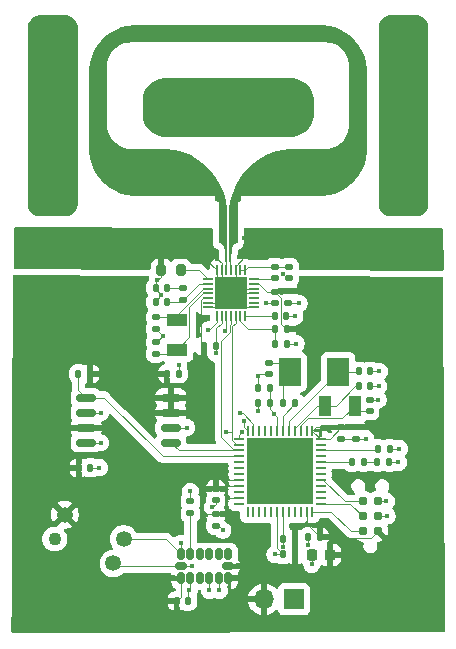
<source format=gbr>
%TF.GenerationSoftware,KiCad,Pcbnew,9.0.0*%
%TF.CreationDate,2025-04-02T00:09:28-04:00*%
%TF.ProjectId,IngestibleCapsule-Board_whole,496e6765-7374-4696-926c-654361707375,rev?*%
%TF.SameCoordinates,Original*%
%TF.FileFunction,Copper,L1,Top*%
%TF.FilePolarity,Positive*%
%FSLAX46Y46*%
G04 Gerber Fmt 4.6, Leading zero omitted, Abs format (unit mm)*
G04 Created by KiCad (PCBNEW 9.0.0) date 2025-04-02 00:09:28*
%MOMM*%
%LPD*%
G01*
G04 APERTURE LIST*
G04 Aperture macros list*
%AMRoundRect*
0 Rectangle with rounded corners*
0 $1 Rounding radius*
0 $2 $3 $4 $5 $6 $7 $8 $9 X,Y pos of 4 corners*
0 Add a 4 corners polygon primitive as box body*
4,1,4,$2,$3,$4,$5,$6,$7,$8,$9,$2,$3,0*
0 Add four circle primitives for the rounded corners*
1,1,$1+$1,$2,$3*
1,1,$1+$1,$4,$5*
1,1,$1+$1,$6,$7*
1,1,$1+$1,$8,$9*
0 Add four rect primitives between the rounded corners*
20,1,$1+$1,$2,$3,$4,$5,0*
20,1,$1+$1,$4,$5,$6,$7,0*
20,1,$1+$1,$6,$7,$8,$9,0*
20,1,$1+$1,$8,$9,$2,$3,0*%
G04 Aperture macros list end*
%TA.AperFunction,EtchedComponent*%
%ADD10C,0.000000*%
%TD*%
%TA.AperFunction,SMDPad,CuDef*%
%ADD11RoundRect,0.135000X-0.185000X0.135000X-0.185000X-0.135000X0.185000X-0.135000X0.185000X0.135000X0*%
%TD*%
%TA.AperFunction,ComponentPad*%
%ADD12R,1.700000X1.700000*%
%TD*%
%TA.AperFunction,ComponentPad*%
%ADD13O,1.700000X1.700000*%
%TD*%
%TA.AperFunction,SMDPad,CuDef*%
%ADD14RoundRect,0.140000X-0.170000X0.140000X-0.170000X-0.140000X0.170000X-0.140000X0.170000X0.140000X0*%
%TD*%
%TA.AperFunction,SMDPad,CuDef*%
%ADD15RoundRect,0.135000X0.135000X0.185000X-0.135000X0.185000X-0.135000X-0.185000X0.135000X-0.185000X0*%
%TD*%
%TA.AperFunction,SMDPad,CuDef*%
%ADD16RoundRect,0.140000X0.140000X0.170000X-0.140000X0.170000X-0.140000X-0.170000X0.140000X-0.170000X0*%
%TD*%
%TA.AperFunction,SMDPad,CuDef*%
%ADD17RoundRect,0.050000X-0.362500X-0.050000X0.362500X-0.050000X0.362500X0.050000X-0.362500X0.050000X0*%
%TD*%
%TA.AperFunction,SMDPad,CuDef*%
%ADD18RoundRect,0.050000X-0.050000X-0.362500X0.050000X-0.362500X0.050000X0.362500X-0.050000X0.362500X0*%
%TD*%
%TA.AperFunction,HeatsinkPad*%
%ADD19R,2.700000X2.700000*%
%TD*%
%TA.AperFunction,SMDPad,CuDef*%
%ADD20RoundRect,0.150000X0.150000X-0.325000X0.150000X0.325000X-0.150000X0.325000X-0.150000X-0.325000X0*%
%TD*%
%TA.AperFunction,SMDPad,CuDef*%
%ADD21RoundRect,0.150000X0.325000X-0.150000X0.325000X0.150000X-0.325000X0.150000X-0.325000X-0.150000X0*%
%TD*%
%TA.AperFunction,SMDPad,CuDef*%
%ADD22RoundRect,0.140000X-0.140000X-0.170000X0.140000X-0.170000X0.140000X0.170000X-0.140000X0.170000X0*%
%TD*%
%TA.AperFunction,SMDPad,CuDef*%
%ADD23R,1.000000X1.800000*%
%TD*%
%TA.AperFunction,SMDPad,CuDef*%
%ADD24RoundRect,0.135000X0.185000X-0.135000X0.185000X0.135000X-0.185000X0.135000X-0.185000X-0.135000X0*%
%TD*%
%TA.AperFunction,SMDPad,CuDef*%
%ADD25RoundRect,0.225000X0.225000X0.250000X-0.225000X0.250000X-0.225000X-0.250000X0.225000X-0.250000X0*%
%TD*%
%TA.AperFunction,SMDPad,CuDef*%
%ADD26R,1.800000X1.000000*%
%TD*%
%TA.AperFunction,SMDPad,CuDef*%
%ADD27RoundRect,0.062500X-0.062500X0.375000X-0.062500X-0.375000X0.062500X-0.375000X0.062500X0.375000X0*%
%TD*%
%TA.AperFunction,SMDPad,CuDef*%
%ADD28RoundRect,0.062500X-0.375000X0.062500X-0.375000X-0.062500X0.375000X-0.062500X0.375000X0.062500X0*%
%TD*%
%TA.AperFunction,HeatsinkPad*%
%ADD29R,5.600000X5.600000*%
%TD*%
%TA.AperFunction,SMDPad,CuDef*%
%ADD30RoundRect,0.140000X0.170000X-0.140000X0.170000X0.140000X-0.170000X0.140000X-0.170000X-0.140000X0*%
%TD*%
%TA.AperFunction,SMDPad,CuDef*%
%ADD31R,0.150000X1.000000*%
%TD*%
%TA.AperFunction,SMDPad,CuDef*%
%ADD32RoundRect,0.147500X-0.172500X0.147500X-0.172500X-0.147500X0.172500X-0.147500X0.172500X0.147500X0*%
%TD*%
%TA.AperFunction,SMDPad,CuDef*%
%ADD33RoundRect,0.135000X-0.135000X-0.185000X0.135000X-0.185000X0.135000X0.185000X-0.135000X0.185000X0*%
%TD*%
%TA.AperFunction,SMDPad,CuDef*%
%ADD34RoundRect,0.200000X0.200000X0.275000X-0.200000X0.275000X-0.200000X-0.275000X0.200000X-0.275000X0*%
%TD*%
%TA.AperFunction,ComponentPad*%
%ADD35C,1.350000*%
%TD*%
%TA.AperFunction,ComponentPad*%
%ADD36C,1.100000*%
%TD*%
%TA.AperFunction,SMDPad,CuDef*%
%ADD37RoundRect,0.147500X0.147500X0.172500X-0.147500X0.172500X-0.147500X-0.172500X0.147500X-0.172500X0*%
%TD*%
%TA.AperFunction,ConnectorPad*%
%ADD38C,0.787400*%
%TD*%
%TA.AperFunction,SMDPad,CuDef*%
%ADD39RoundRect,0.162500X-0.650000X-0.162500X0.650000X-0.162500X0.650000X0.162500X-0.650000X0.162500X0*%
%TD*%
%TA.AperFunction,SMDPad,CuDef*%
%ADD40R,1.900000X2.400000*%
%TD*%
%TA.AperFunction,ViaPad*%
%ADD41C,0.450000*%
%TD*%
%TA.AperFunction,Conductor*%
%ADD42C,0.100000*%
%TD*%
G04 APERTURE END LIST*
D10*
%TA.AperFunction,EtchedComponent*%
%TO.C,AE1*%
G36*
X53791600Y-50143370D02*
G01*
X53973710Y-50218810D01*
X54137540Y-50328280D01*
X54276740Y-50467470D01*
X54386210Y-50631300D01*
X54461650Y-50813420D01*
X54500000Y-51006460D01*
X54500000Y-51105010D01*
X54500000Y-66104980D01*
X54500000Y-66203540D01*
X54461650Y-66396580D01*
X54386210Y-66578690D01*
X54276740Y-66742520D01*
X54137540Y-66881720D01*
X53973710Y-66991190D01*
X53791600Y-67066630D01*
X53598560Y-67104980D01*
X53500000Y-67104980D01*
X51300110Y-67104980D01*
X51201560Y-67104980D01*
X51008260Y-67066630D01*
X50826400Y-66991190D01*
X50662570Y-66881720D01*
X50523120Y-66742520D01*
X50413900Y-66578690D01*
X50338470Y-66396580D01*
X50299860Y-66203540D01*
X50300110Y-66104980D01*
X50300110Y-51105010D01*
X50299860Y-51006460D01*
X50338470Y-50813420D01*
X50413900Y-50631300D01*
X50523120Y-50467470D01*
X50662570Y-50328280D01*
X50826400Y-50218810D01*
X51008260Y-50143370D01*
X51201560Y-50105020D01*
X51300110Y-50105020D01*
X53598560Y-50105020D01*
X53791600Y-50143370D01*
G37*
%TD.AperFunction*%
%TA.AperFunction,EtchedComponent*%
G36*
X73083400Y-55481940D02*
G01*
X73447390Y-55632560D01*
X73774790Y-55851510D01*
X74053430Y-56130150D01*
X74272380Y-56457560D01*
X74423250Y-56821540D01*
X74499960Y-57208130D01*
X74499960Y-57404980D01*
X74499960Y-58404970D01*
X74499960Y-58602080D01*
X74423250Y-58988410D01*
X74272380Y-59352390D01*
X74053430Y-59679800D01*
X73774790Y-59958440D01*
X73447390Y-60177390D01*
X73083400Y-60328260D01*
X72697070Y-60404970D01*
X72499970Y-60404970D01*
X61999860Y-60404970D01*
X61803010Y-60404970D01*
X61416680Y-60328260D01*
X61052690Y-60177390D01*
X60725030Y-59958440D01*
X60446400Y-59679800D01*
X60227700Y-59352390D01*
X60076830Y-58988410D01*
X59999860Y-58602080D01*
X59999860Y-58404970D01*
X59999860Y-57404980D01*
X59999860Y-57208130D01*
X60076830Y-56821540D01*
X60227700Y-56457560D01*
X60446400Y-56130150D01*
X60725030Y-55851510D01*
X61052690Y-55632560D01*
X61416680Y-55481940D01*
X61803010Y-55404980D01*
X61999860Y-55404980D01*
X72499970Y-55404980D01*
X72697070Y-55404980D01*
X73083400Y-55481940D01*
G37*
%TD.AperFunction*%
%TA.AperFunction,EtchedComponent*%
G36*
X83491560Y-50143370D02*
G01*
X83673680Y-50218810D01*
X83837510Y-50328280D01*
X83976700Y-50467470D01*
X84086180Y-50631300D01*
X84161610Y-50813420D01*
X84199970Y-51006460D01*
X84199970Y-51105010D01*
X84199970Y-66104980D01*
X84199970Y-66203540D01*
X84161610Y-66396580D01*
X84086180Y-66578690D01*
X83976700Y-66742520D01*
X83837510Y-66881720D01*
X83673680Y-66991190D01*
X83491560Y-67066630D01*
X83298520Y-67104980D01*
X83199970Y-67104980D01*
X81000080Y-67104980D01*
X80901520Y-67104980D01*
X80708230Y-67066630D01*
X80526370Y-66991190D01*
X80362540Y-66881720D01*
X80223340Y-66742520D01*
X80113870Y-66578690D01*
X80038430Y-66396830D01*
X80000080Y-66203540D01*
X80000080Y-66104980D01*
X80000080Y-51105010D01*
X80000080Y-51006460D01*
X80038430Y-50813420D01*
X80113870Y-50631300D01*
X80223340Y-50467470D01*
X80362540Y-50328280D01*
X80526370Y-50218810D01*
X80708230Y-50143370D01*
X80901520Y-50105020D01*
X81000080Y-50105020D01*
X83199970Y-50105020D01*
X83298520Y-50105020D01*
X83491560Y-50143370D01*
G37*
%TD.AperFunction*%
%TA.AperFunction,EtchedComponent*%
G36*
X75781900Y-50973440D02*
G01*
X76288630Y-51109080D01*
X76773010Y-51309740D01*
X77227160Y-51572120D01*
X77642960Y-51891140D01*
X78013800Y-52261980D01*
X78333080Y-52678040D01*
X78595200Y-53131930D01*
X78795860Y-53616570D01*
X78931500Y-54123040D01*
X79000080Y-54642730D01*
X79000080Y-54905110D01*
X79000080Y-61404970D01*
X79000080Y-61667100D01*
X78931500Y-62187030D01*
X78795860Y-62693510D01*
X78595200Y-63177890D01*
X78333080Y-63632040D01*
X78013800Y-64048090D01*
X77642960Y-64418930D01*
X77227160Y-64737960D01*
X76773010Y-65000080D01*
X76288380Y-65200740D01*
X75781900Y-65336630D01*
X75262220Y-65404960D01*
X68349860Y-65404960D01*
X68349860Y-65805010D01*
X68049890Y-65905090D01*
X68049890Y-69404950D01*
X67954380Y-69414350D01*
X67777850Y-69487500D01*
X67642470Y-69622880D01*
X67569320Y-69799410D01*
X67559920Y-69894920D01*
X67559920Y-69905080D01*
X67559920Y-70194890D01*
X67499625Y-70349558D01*
X67349860Y-70205050D01*
X67349860Y-69905080D01*
X67349860Y-66905080D01*
X67349860Y-66544400D01*
X67444100Y-65829650D01*
X67630790Y-65133180D01*
X67906630Y-64467190D01*
X68267060Y-63842860D01*
X68705970Y-63270850D01*
X69215750Y-62761070D01*
X69787750Y-62322160D01*
X70412090Y-61961740D01*
X71078330Y-61685640D01*
X71774800Y-61499200D01*
X72489550Y-61404970D01*
X75499960Y-61404970D01*
X75696050Y-61395320D01*
X76080600Y-61318860D01*
X76442810Y-61168750D01*
X76768690Y-60951070D01*
X77046060Y-60673700D01*
X77263740Y-60347820D01*
X77413850Y-59985620D01*
X77490300Y-59601060D01*
X77499960Y-59404970D01*
X77499960Y-54404980D01*
X77490300Y-54208890D01*
X77413850Y-53824340D01*
X77263740Y-53462130D01*
X77046060Y-53136250D01*
X76768690Y-52858880D01*
X76442810Y-52641210D01*
X76080600Y-52491090D01*
X75696050Y-52414640D01*
X75499960Y-52404990D01*
X58999870Y-52404990D01*
X58804030Y-52414640D01*
X58419480Y-52491090D01*
X58057270Y-52641210D01*
X57731140Y-52858880D01*
X57454020Y-53136250D01*
X57236090Y-53462130D01*
X57086230Y-53824340D01*
X57009520Y-54208890D01*
X56999870Y-54404980D01*
X56999870Y-59404970D01*
X57009520Y-59601060D01*
X57086230Y-59985620D01*
X57236090Y-60347820D01*
X57454020Y-60673700D01*
X57731140Y-60951070D01*
X58057270Y-61168750D01*
X58419480Y-61318860D01*
X58804030Y-61395320D01*
X58999870Y-61404970D01*
X61650100Y-61404970D01*
X62010530Y-61404970D01*
X62725280Y-61499200D01*
X63421750Y-61685640D01*
X64087740Y-61961740D01*
X64712070Y-62322160D01*
X65284080Y-62761070D01*
X65794110Y-63270850D01*
X66232770Y-63842860D01*
X66593450Y-64467190D01*
X66869290Y-65133180D01*
X67055980Y-65829650D01*
X67149960Y-66544400D01*
X67149960Y-66905080D01*
X67149960Y-69905080D01*
X67149960Y-70205050D01*
X66999946Y-70351665D01*
X66939910Y-70194890D01*
X66939910Y-69905080D01*
X66939910Y-69894920D01*
X66930510Y-69799410D01*
X66857360Y-69622880D01*
X66722230Y-69487500D01*
X66545700Y-69414350D01*
X66449940Y-69404950D01*
X66449940Y-65905090D01*
X66149970Y-65805010D01*
X66149970Y-65404960D01*
X59499990Y-65404960D01*
X59237860Y-65404960D01*
X58717930Y-65336630D01*
X58211450Y-65200740D01*
X57727070Y-65000080D01*
X57272920Y-64737960D01*
X56856870Y-64418930D01*
X56486280Y-64048090D01*
X56167000Y-63632040D01*
X55904880Y-63177890D01*
X55704220Y-62693510D01*
X55568330Y-62187030D01*
X55500000Y-61667100D01*
X55500000Y-61404970D01*
X55500000Y-54905110D01*
X55500000Y-54642730D01*
X55568330Y-54123040D01*
X55704220Y-53616570D01*
X55904880Y-53132190D01*
X56167000Y-52678040D01*
X56486280Y-52261980D01*
X56856870Y-51891140D01*
X57272920Y-51572120D01*
X57727070Y-51309740D01*
X58211450Y-51109080D01*
X58717930Y-50973440D01*
X59237860Y-50905120D01*
X75000090Y-50905120D01*
X75262220Y-50905120D01*
X75781900Y-50973440D01*
G37*
%TD.AperFunction*%
%TD*%
D11*
%TO.P,R7,1*%
%TO.N,GND*%
X64050000Y-91250000D03*
%TO.P,R7,2*%
%TO.N,Net-(U3-SDO{slash}ADDR)*%
X64050000Y-92270000D03*
%TD*%
D12*
%TO.P,J2,1,Pin_1*%
%TO.N,GND*%
X72825000Y-99550000D03*
D13*
%TO.P,J2,2,Pin_2*%
%TO.N,+3.3V*%
X70285000Y-99550000D03*
%TD*%
D14*
%TO.P,C16,1*%
%TO.N,Net-(U5-AVDD_1V)*%
X72400000Y-71420000D03*
%TO.P,C16,2*%
%TO.N,GND*%
X72400000Y-72380000D03*
%TD*%
D15*
%TO.P,R10,1*%
%TO.N,+3.3V*%
X72220000Y-76700000D03*
%TO.P,R10,2*%
%TO.N,Net-(U5-RSTN)*%
X71200000Y-76700000D03*
%TD*%
D14*
%TO.P,C10,1*%
%TO.N,GND*%
X79227500Y-82670000D03*
%TO.P,C10,2*%
%TO.N,Net-(U1-PC14)*%
X79227500Y-83630000D03*
%TD*%
D16*
%TO.P,C23,1*%
%TO.N,Net-(U5-PLL_TUNE)*%
X62060000Y-74390000D03*
%TO.P,C23,2*%
%TO.N,GND*%
X61100000Y-74390000D03*
%TD*%
D17*
%TO.P,U5,1,BIAS*%
%TO.N,Net-(U5-BIAS)*%
X65522415Y-72440735D03*
%TO.P,U5,2,PLL_TUNE*%
%TO.N,Net-(U5-PLL_TUNE)*%
X65522415Y-72840735D03*
%TO.P,U5,3,XTAL_C1*%
%TO.N,Net-(U5-XTAL_C1)*%
X65522415Y-73240735D03*
%TO.P,U5,4,XTAL_C2*%
%TO.N,Net-(U5-XTAL_C2)*%
X65522415Y-73640735D03*
%TO.P,U5,5,AVDD_3V*%
%TO.N,+3.3V*%
X65522415Y-74040735D03*
%TO.P,U5,6,GND*%
%TO.N,GND*%
X65522415Y-74440735D03*
%TO.P,U5,7,SHUTDOWN*%
X65522415Y-74840735D03*
D18*
%TO.P,U5,8,IRQ*%
%TO.N,/Processor/RF_IRQ_IN*%
X66284915Y-75603235D03*
%TO.P,U5,9,CSN*%
%TO.N,/Processor/RF_CS_OUT*%
X66684915Y-75603235D03*
%TO.P,U5,10,SCK*%
%TO.N,/Memory/MEM_SCK*%
X67084915Y-75603235D03*
%TO.P,U5,11,MOSI*%
%TO.N,/Memory/MEM_MOSI*%
X67484915Y-75603235D03*
%TO.P,U5,12,MISO*%
%TO.N,/Memory/MEM_MISO*%
X67884915Y-75603235D03*
%TO.P,U5,13,RSTN*%
%TO.N,Net-(U5-RSTN)*%
X68284915Y-75603235D03*
%TO.P,U5,14,DVDD_1V8*%
%TO.N,Net-(U5-DVDD_1V8)*%
X68684915Y-75603235D03*
D17*
%TO.P,U5,15,RES*%
%TO.N,GND*%
X69447415Y-74840735D03*
%TO.P,U5,16,XTAL_CLK*%
%TO.N,unconnected-(U5-XTAL_CLK-Pad16)*%
X69447415Y-74440735D03*
%TO.P,U5,17,PLL_CLK*%
%TO.N,unconnected-(U5-PLL_CLK-Pad17)*%
X69447415Y-74040735D03*
%TO.P,U5,18,RES*%
%TO.N,GND*%
X69447415Y-73640735D03*
%TO.P,U5,19,RES*%
X69447415Y-73240735D03*
%TO.P,U5,20,DVDD_3V*%
%TO.N,+3.3V*%
X69447415Y-72840735D03*
%TO.P,U5,21,REG_OUT*%
%TO.N,Net-(U5-REG_OUT)*%
X69447415Y-72440735D03*
D18*
%TO.P,U5,22,DVDD_1V*%
%TO.N,Net-(U5-AVDD_1V)*%
X68684915Y-71678235D03*
%TO.P,U5,23,AVDD_1V*%
X68284915Y-71678235D03*
%TO.P,U5,24,GND*%
%TO.N,GND*%
X67884915Y-71678235D03*
%TO.P,U5,25,RFN*%
%TO.N,/RF Transceiver/RFN*%
X67484915Y-71678235D03*
%TO.P,U5,26,RFP*%
%TO.N,/RF Transceiver/RFP*%
X67084915Y-71678235D03*
%TO.P,U5,27,GND*%
%TO.N,GND*%
X66684915Y-71678235D03*
%TO.P,U5,28,GND*%
X66284915Y-71678235D03*
D19*
%TO.P,U5,29,GND*%
X67484915Y-73640735D03*
%TD*%
D16*
%TO.P,C8,1*%
%TO.N,GND*%
X79267500Y-80250000D03*
%TO.P,C8,2*%
%TO.N,Net-(U1-PF0)*%
X78307500Y-80250000D03*
%TD*%
D20*
%TO.P,U3,1,Vdd_I/O*%
%TO.N,+3.3V*%
X63250000Y-97750000D03*
%TO.P,U3,2,GND*%
%TO.N,GND*%
X64050000Y-97750000D03*
%TO.P,U3,3,RES*%
%TO.N,unconnected-(U3-RES-Pad3)*%
X64850000Y-97750000D03*
%TO.P,U3,4,GND*%
%TO.N,GND*%
X65650000Y-97750000D03*
%TO.P,U3,5,GND*%
X66450000Y-97750000D03*
%TO.P,U3,6,Vs*%
%TO.N,+3.3V*%
X67250000Y-97750000D03*
D21*
%TO.P,U3,7,~{CS}*%
X67250000Y-96750000D03*
D20*
%TO.P,U3,8,INT1*%
%TO.N,unconnected-(U3-INT1-Pad8)*%
X67250000Y-95750000D03*
%TO.P,U3,9,INT2*%
%TO.N,unconnected-(U3-INT2-Pad9)*%
X66450000Y-95750000D03*
%TO.P,U3,10,NC*%
%TO.N,unconnected-(U3-NC-Pad10)*%
X65650000Y-95750000D03*
%TO.P,U3,11,RES*%
%TO.N,unconnected-(U3-RES-Pad11)*%
X64850000Y-95750000D03*
%TO.P,U3,12,SDO/ADDR*%
%TO.N,Net-(U3-SDO{slash}ADDR)*%
X64050000Y-95750000D03*
%TO.P,U3,13,SDA/SDI/SDIO*%
%TO.N,/Processor/I2C_SDA*%
X63250000Y-95750000D03*
D21*
%TO.P,U3,14,SCL/SCLK*%
%TO.N,/Processor/I2C_SCL*%
X63250000Y-96750000D03*
%TD*%
D15*
%TO.P,R6,1*%
%TO.N,+3.3V*%
X72920000Y-95750000D03*
%TO.P,R6,2*%
%TO.N,/Processor/I2C_SDA*%
X71900000Y-95750000D03*
%TD*%
D14*
%TO.P,C1,1*%
%TO.N,+3.3V*%
X66187500Y-90220000D03*
%TO.P,C1,2*%
%TO.N,GND*%
X66187500Y-91180000D03*
%TD*%
D16*
%TO.P,C4,1*%
%TO.N,+3.3V*%
X74985000Y-94250000D03*
%TO.P,C4,2*%
%TO.N,GND*%
X74025000Y-94250000D03*
%TD*%
D14*
%TO.P,C5,1*%
%TO.N,+3.3V*%
X76787500Y-85000000D03*
%TO.P,C5,2*%
%TO.N,GND*%
X76787500Y-85960000D03*
%TD*%
D16*
%TO.P,C11,1*%
%TO.N,GND*%
X79257500Y-81500000D03*
%TO.P,C11,2*%
%TO.N,Net-(U1-PC15)*%
X78297500Y-81500000D03*
%TD*%
D22*
%TO.P,C19,1*%
%TO.N,Net-(U5-DVDD_1V8)*%
X71210000Y-75600000D03*
%TO.P,C19,2*%
%TO.N,GND*%
X72170000Y-75600000D03*
%TD*%
D23*
%TO.P,Y2,1,1*%
%TO.N,Net-(U1-PC15)*%
X75477500Y-83178228D03*
%TO.P,Y2,2,2*%
%TO.N,Net-(U1-PC14)*%
X77977500Y-83178228D03*
%TD*%
D24*
%TO.P,R12,1*%
%TO.N,Net-(U5-PLL_TUNE)*%
X63400000Y-74190000D03*
%TO.P,R12,2*%
%TO.N,Net-(C22-Pad1)*%
X63400000Y-73170000D03*
%TD*%
D15*
%TO.P,R8,1*%
%TO.N,+3.3V*%
X55570000Y-80450000D03*
%TO.P,R8,2*%
%TO.N,/Memory/MEM_CS_IN*%
X54550000Y-80450000D03*
%TD*%
D25*
%TO.P,C7,1*%
%TO.N,+3.3V*%
X75875000Y-95800000D03*
%TO.P,C7,2*%
%TO.N,GND*%
X74325000Y-95800000D03*
%TD*%
D26*
%TO.P,Y3,1,1*%
%TO.N,Net-(U5-XTAL_C2)*%
X62900000Y-78430000D03*
%TO.P,Y3,2,2*%
%TO.N,Net-(U5-XTAL_C1)*%
X62900000Y-75930000D03*
%TD*%
D14*
%TO.P,C21,1*%
%TO.N,Net-(U5-XTAL_C1)*%
X61100000Y-75680000D03*
%TO.P,C21,2*%
%TO.N,GND*%
X61100000Y-76640000D03*
%TD*%
D27*
%TO.P,U1,1,VBAT*%
%TO.N,+3.3V*%
X74387500Y-85262500D03*
%TO.P,U1,2,PC13*%
%TO.N,unconnected-(U1-PC13-Pad2)*%
X73887500Y-85262500D03*
%TO.P,U1,3,PC14*%
%TO.N,Net-(U1-PC14)*%
X73387500Y-85262500D03*
%TO.P,U1,4,PC15*%
%TO.N,Net-(U1-PC15)*%
X72887500Y-85262500D03*
%TO.P,U1,5,PF0*%
%TO.N,Net-(U1-PF0)*%
X72387500Y-85262500D03*
%TO.P,U1,6,PF1*%
%TO.N,Net-(U1-PF1)*%
X71887500Y-85262500D03*
%TO.P,U1,7,PG10*%
%TO.N,/Processor/NRST*%
X71387500Y-85262500D03*
%TO.P,U1,8,PA0*%
%TO.N,unconnected-(U1-PA0-Pad8)*%
X70887500Y-85262500D03*
%TO.P,U1,9,PA1*%
%TO.N,unconnected-(U1-PA1-Pad9)*%
X70387500Y-85262500D03*
%TO.P,U1,10,PA2*%
%TO.N,unconnected-(U1-PA2-Pad10)*%
X69887500Y-85262500D03*
%TO.P,U1,11,PA3*%
%TO.N,/Processor/RF_IRQ_IN*%
X69387500Y-85262500D03*
%TO.P,U1,12,PA4*%
%TO.N,/Processor/RF_CS_OUT*%
X68887500Y-85262500D03*
D28*
%TO.P,U1,13,PA5*%
%TO.N,/Memory/MEM_SCK*%
X68200000Y-85950000D03*
%TO.P,U1,14,PA6*%
%TO.N,/Memory/MEM_MISO*%
X68200000Y-86450000D03*
%TO.P,U1,15,PA7*%
%TO.N,/Memory/MEM_MOSI*%
X68200000Y-86950000D03*
%TO.P,U1,16,PC4*%
%TO.N,/Memory/MEM_CS_IN*%
X68200000Y-87450000D03*
%TO.P,U1,17,PB0*%
%TO.N,unconnected-(U1-PB0-Pad17)*%
X68200000Y-87950000D03*
%TO.P,U1,18,PB1*%
%TO.N,unconnected-(U1-PB1-Pad18)*%
X68200000Y-88450000D03*
%TO.P,U1,19,PB2*%
%TO.N,unconnected-(U1-PB2-Pad19)*%
X68200000Y-88950000D03*
%TO.P,U1,20,VREF+*%
%TO.N,+3.3V*%
X68200000Y-89450000D03*
%TO.P,U1,21,VDDA*%
X68200000Y-89950000D03*
%TO.P,U1,22,PB10*%
%TO.N,unconnected-(U1-PB10-Pad22)*%
X68200000Y-90450000D03*
%TO.P,U1,23,VDD*%
%TO.N,+3.3V*%
X68200000Y-90950000D03*
%TO.P,U1,24,PB11*%
%TO.N,unconnected-(U1-PB11-Pad24)*%
X68200000Y-91450000D03*
D27*
%TO.P,U1,25,PB12*%
%TO.N,unconnected-(U1-PB12-Pad25)*%
X68887500Y-92137500D03*
%TO.P,U1,26,PB13*%
%TO.N,unconnected-(U1-PB13-Pad26)*%
X69387500Y-92137500D03*
%TO.P,U1,27,PB14*%
%TO.N,unconnected-(U1-PB14-Pad27)*%
X69887500Y-92137500D03*
%TO.P,U1,28,PB15*%
%TO.N,unconnected-(U1-PB15-Pad28)*%
X70387500Y-92137500D03*
%TO.P,U1,29,PC6*%
%TO.N,unconnected-(U1-PC6-Pad29)*%
X70887500Y-92137500D03*
%TO.P,U1,30,PA8*%
%TO.N,/Processor/I2C_SDA*%
X71387500Y-92137500D03*
%TO.P,U1,31,PA9*%
%TO.N,/Processor/I2C_SCL*%
X71887500Y-92137500D03*
%TO.P,U1,32,PA10*%
%TO.N,unconnected-(U1-PA10-Pad32)*%
X72387500Y-92137500D03*
%TO.P,U1,33,PA11*%
%TO.N,unconnected-(U1-PA11-Pad33)*%
X72887500Y-92137500D03*
%TO.P,U1,34,PA12*%
%TO.N,unconnected-(U1-PA12-Pad34)*%
X73387500Y-92137500D03*
%TO.P,U1,35,VDD*%
%TO.N,+3.3V*%
X73887500Y-92137500D03*
%TO.P,U1,36,PA13*%
%TO.N,/Processor/SWDIO*%
X74387500Y-92137500D03*
D28*
%TO.P,U1,37,PA14*%
%TO.N,/Processor/SWCLK*%
X75075000Y-91450000D03*
%TO.P,U1,38,PA15*%
%TO.N,unconnected-(U1-PA15-Pad38)*%
X75075000Y-90950000D03*
%TO.P,U1,39,PC10*%
%TO.N,unconnected-(U1-PC10-Pad39)*%
X75075000Y-90450000D03*
%TO.P,U1,40,PC11*%
%TO.N,unconnected-(U1-PC11-Pad40)*%
X75075000Y-89950000D03*
%TO.P,U1,41,PB3*%
%TO.N,/Processor/SWO*%
X75075000Y-89450000D03*
%TO.P,U1,42,PB4*%
%TO.N,unconnected-(U1-PB4-Pad42)*%
X75075000Y-88950000D03*
%TO.P,U1,43,PB5*%
%TO.N,unconnected-(U1-PB5-Pad43)*%
X75075000Y-88450000D03*
%TO.P,U1,44,PB6*%
%TO.N,/Processor/LED_OUT*%
X75075000Y-87950000D03*
%TO.P,U1,45,PB7*%
%TO.N,unconnected-(U1-PB7-Pad45)*%
X75075000Y-87450000D03*
%TO.P,U1,46,PB8*%
%TO.N,/Processor/BOOT0*%
X75075000Y-86950000D03*
%TO.P,U1,47,PB9*%
%TO.N,unconnected-(U1-PB9-Pad47)*%
X75075000Y-86450000D03*
%TO.P,U1,48,VDD*%
%TO.N,+3.3V*%
X75075000Y-85950000D03*
D29*
%TO.P,U1,49,VSS*%
%TO.N,GND*%
X71637500Y-88700000D03*
%TD*%
D14*
%TO.P,C15,1*%
%TO.N,+3.3V*%
X72340000Y-73480000D03*
%TO.P,C15,2*%
%TO.N,GND*%
X72340000Y-74440000D03*
%TD*%
D30*
%TO.P,C9,1*%
%TO.N,GND*%
X70737500Y-80510000D03*
%TO.P,C9,2*%
%TO.N,Net-(C9-Pad2)*%
X70737500Y-79550000D03*
%TD*%
D31*
%TO.P,AE1,1*%
%TO.N,/RF Transceiver/RFP*%
X67074946Y-70500000D03*
%TO.P,AE1,2*%
%TO.N,/RF Transceiver/RFN*%
X67424625Y-70500000D03*
%TD*%
D32*
%TO.P,L1,1*%
%TO.N,Net-(U5-AVDD_1V)*%
X71200000Y-71415000D03*
%TO.P,L1,2*%
%TO.N,Net-(U5-REG_OUT)*%
X71200000Y-72385000D03*
%TD*%
D33*
%TO.P,R3,1*%
%TO.N,Net-(C9-Pad2)*%
X71917500Y-82950000D03*
%TO.P,R3,2*%
%TO.N,Net-(U1-PF1)*%
X72937500Y-82950000D03*
%TD*%
D30*
%TO.P,C20,1*%
%TO.N,Net-(U5-XTAL_C2)*%
X61100000Y-78760000D03*
%TO.P,C20,2*%
%TO.N,GND*%
X61100000Y-77800000D03*
%TD*%
D33*
%TO.P,R4,1*%
%TO.N,Net-(D1-K)*%
X79877500Y-87950000D03*
%TO.P,R4,2*%
%TO.N,GND*%
X80897500Y-87950000D03*
%TD*%
D34*
%TO.P,R11,1*%
%TO.N,Net-(U5-BIAS)*%
X63225000Y-71680000D03*
%TO.P,R11,2*%
%TO.N,GND*%
X61575000Y-71680000D03*
%TD*%
D35*
%TO.P,U2,1,SDA*%
%TO.N,/Processor/I2C_SDA*%
X58392500Y-94450000D03*
%TO.P,U2,2,VDD*%
%TO.N,+3.3V*%
X53407500Y-92385000D03*
D36*
%TO.P,U2,3,GND*%
%TO.N,GND*%
X52552500Y-94450000D03*
D35*
%TO.P,U2,4,SCL*%
%TO.N,/Processor/I2C_SCL*%
X57537500Y-96515000D03*
%TD*%
D22*
%TO.P,C13,1*%
%TO.N,+3.3V*%
X62890000Y-99700000D03*
%TO.P,C13,2*%
%TO.N,GND*%
X63850000Y-99700000D03*
%TD*%
D33*
%TO.P,R2,1*%
%TO.N,/Processor/BOOT0*%
X79917500Y-86800000D03*
%TO.P,R2,2*%
%TO.N,GND*%
X80937500Y-86800000D03*
%TD*%
D15*
%TO.P,R1,1*%
%TO.N,/Processor/NRST*%
X70757500Y-81700000D03*
%TO.P,R1,2*%
%TO.N,GND*%
X69737500Y-81700000D03*
%TD*%
D22*
%TO.P,C12,1*%
%TO.N,+3.3V*%
X54620000Y-88400000D03*
%TO.P,C12,2*%
%TO.N,GND*%
X55580000Y-88400000D03*
%TD*%
D14*
%TO.P,C17,1*%
%TO.N,+3.3V*%
X71200000Y-73500000D03*
%TO.P,C17,2*%
%TO.N,GND*%
X71200000Y-74460000D03*
%TD*%
D16*
%TO.P,C2,1*%
%TO.N,/Processor/NRST*%
X70757500Y-82950000D03*
%TO.P,C2,2*%
%TO.N,GND*%
X69797500Y-82950000D03*
%TD*%
D37*
%TO.P,D1,1,K*%
%TO.N,Net-(D1-K)*%
X78707500Y-87950000D03*
%TO.P,D1,2,A*%
%TO.N,/Processor/LED_OUT*%
X77737500Y-87950000D03*
%TD*%
D16*
%TO.P,C22,1*%
%TO.N,Net-(C22-Pad1)*%
X62060000Y-73180000D03*
%TO.P,C22,2*%
%TO.N,GND*%
X61100000Y-73180000D03*
%TD*%
D33*
%TO.P,R9,1*%
%TO.N,+3.3V*%
X65190000Y-78100000D03*
%TO.P,R9,2*%
%TO.N,/Processor/RF_CS_OUT*%
X66210000Y-78100000D03*
%TD*%
D22*
%TO.P,C14,1*%
%TO.N,+3.3V*%
X62090000Y-80450000D03*
%TO.P,C14,2*%
%TO.N,GND*%
X63050000Y-80450000D03*
%TD*%
D38*
%TO.P,J1,1,VCC*%
%TO.N,+3.3V*%
X79922500Y-93780000D03*
%TO.P,J1,2,SWDIO*%
%TO.N,/Processor/SWDIO*%
X78652500Y-93780000D03*
%TO.P,J1,3,~{RESET}*%
%TO.N,/Processor/NRST*%
X79922500Y-92510000D03*
%TO.P,J1,4,SWCLK*%
%TO.N,/Processor/SWCLK*%
X78652500Y-92510000D03*
%TO.P,J1,5,GND*%
%TO.N,GND*%
X79922500Y-91240000D03*
%TO.P,J1,6,SWO*%
%TO.N,/Processor/SWO*%
X78652500Y-91240000D03*
%TD*%
D39*
%TO.P,U4,1,~{CS}*%
%TO.N,/Memory/MEM_CS_IN*%
X55225000Y-82480000D03*
%TO.P,U4,2,DO/IO_{1}*%
%TO.N,/Memory/MEM_MISO*%
X55225000Y-83750000D03*
%TO.P,U4,3,~{WP}/IO_{2}*%
%TO.N,+3.3V*%
X55225000Y-85020000D03*
%TO.P,U4,4,GND*%
%TO.N,GND*%
X55225000Y-86290000D03*
%TO.P,U4,5,DI/IO_{0}*%
%TO.N,/Memory/MEM_MOSI*%
X62400000Y-86290000D03*
%TO.P,U4,6,CLK*%
%TO.N,/Memory/MEM_SCK*%
X62400000Y-85020000D03*
%TO.P,U4,7,~{HOLD}/~{RESET}/IO_{3}*%
%TO.N,+3.3V*%
X62400000Y-83750000D03*
%TO.P,U4,8,VCC*%
X62400000Y-82480000D03*
%TD*%
D40*
%TO.P,Y1,1,1*%
%TO.N,Net-(C9-Pad2)*%
X72477500Y-80300000D03*
%TO.P,Y1,2,2*%
%TO.N,Net-(U1-PF0)*%
X76577500Y-80300000D03*
%TD*%
D14*
%TO.P,C3,1*%
%TO.N,+3.3V*%
X66187500Y-92350000D03*
%TO.P,C3,2*%
%TO.N,GND*%
X66187500Y-93310000D03*
%TD*%
D15*
%TO.P,R5,1*%
%TO.N,+3.3V*%
X72900000Y-94450000D03*
%TO.P,R5,2*%
%TO.N,/Processor/I2C_SCL*%
X71880000Y-94450000D03*
%TD*%
D22*
%TO.P,C18,1*%
%TO.N,Net-(U5-RSTN)*%
X71230000Y-77900000D03*
%TO.P,C18,2*%
%TO.N,GND*%
X72190000Y-77900000D03*
%TD*%
D14*
%TO.P,C6,1*%
%TO.N,+3.3V*%
X78037500Y-85000000D03*
%TO.P,C6,2*%
%TO.N,GND*%
X78037500Y-85960000D03*
%TD*%
D41*
%TO.N,+3.3V*%
X67000000Y-90100000D03*
X67200000Y-91000000D03*
X67000000Y-89400000D03*
X65300000Y-92400000D03*
%TO.N,GND*%
X58500000Y-69000000D03*
X64050000Y-90400000D03*
X69300000Y-86350000D03*
X65650000Y-98800000D03*
X73950000Y-91050000D03*
X51300000Y-69000000D03*
X68600000Y-70600000D03*
X71000000Y-91100000D03*
X65893960Y-91760513D03*
X77600000Y-69000000D03*
X72600000Y-91100000D03*
X66589401Y-72729328D03*
X67484915Y-73640735D03*
X65400000Y-70700000D03*
X57600000Y-69000000D03*
X63050000Y-79750000D03*
X78500000Y-69000000D03*
X52200000Y-69000000D03*
X69800000Y-80650000D03*
X72550000Y-86350000D03*
X73950000Y-89500000D03*
X66544428Y-74580707D03*
X71050000Y-88050000D03*
X80000000Y-81500000D03*
X70450000Y-74500000D03*
X68600000Y-69000000D03*
X81100000Y-69000000D03*
X66500000Y-98800000D03*
X50400000Y-69000000D03*
X75800000Y-69000000D03*
X80050000Y-80250000D03*
X69800000Y-83600000D03*
X74900000Y-69000000D03*
X60300000Y-69000000D03*
X59400000Y-69000000D03*
X81650000Y-87950000D03*
X71300000Y-69000000D03*
X63800000Y-69000000D03*
X71850000Y-72000000D03*
X63950000Y-98800000D03*
X74325000Y-96587500D03*
X56700000Y-69000000D03*
X71000000Y-89550000D03*
X61700000Y-77250000D03*
X74037500Y-94950000D03*
X76700000Y-69000000D03*
X66800000Y-93700000D03*
X54000000Y-69000000D03*
X62900000Y-69000000D03*
X72600000Y-89550000D03*
X74000000Y-69000000D03*
X68335843Y-74565716D03*
X64700000Y-69000000D03*
X83800000Y-69000000D03*
X61250000Y-72550000D03*
X84700000Y-69500000D03*
X61600000Y-73800000D03*
X79300000Y-69000000D03*
X65600000Y-69000000D03*
X49800000Y-69400000D03*
X56350000Y-88400000D03*
X82000000Y-69000000D03*
X53100000Y-69000000D03*
X79950000Y-82650000D03*
X69500000Y-69000000D03*
X55800000Y-69000000D03*
X78900000Y-85950000D03*
X56450000Y-86300000D03*
X68425789Y-72729328D03*
X54900000Y-69000000D03*
X80650000Y-91250000D03*
X69350000Y-89550000D03*
X72900000Y-75600000D03*
X73250000Y-74500000D03*
X66300000Y-70700000D03*
X80200000Y-69000000D03*
X72650000Y-88050000D03*
X70950000Y-86350000D03*
X72200000Y-69000000D03*
X62000000Y-69000000D03*
X81750000Y-86800000D03*
X69400000Y-88050000D03*
X73000000Y-77900000D03*
X73100000Y-69000000D03*
X61100000Y-69000000D03*
X69350000Y-91100000D03*
X82900000Y-69000000D03*
X70400000Y-69000000D03*
%TO.N,/Processor/NRST*%
X71100000Y-83850000D03*
X80700000Y-92500000D03*
%TO.N,/Processor/I2C_SCL*%
X64150000Y-96750000D03*
X71880000Y-95100000D03*
%TO.N,/Processor/I2C_SDA*%
X71200000Y-95750000D03*
X63250000Y-94800000D03*
%TO.N,/Processor/RF_CS_OUT*%
X68600000Y-84450000D03*
X66225000Y-78725000D03*
%TO.N,/Memory/MEM_SCK*%
X68437500Y-85400000D03*
X63750000Y-85020000D03*
X67000000Y-76800000D03*
%TO.N,/Memory/MEM_MISO*%
X67025000Y-85400000D03*
X56450000Y-83750000D03*
%TO.N,/Processor/RF_IRQ_IN*%
X65550000Y-76750000D03*
X68225000Y-83800000D03*
%TD*%
D42*
%TO.N,/RF Transceiver/RFN*%
X67424625Y-71617945D02*
X67424625Y-70500000D01*
X67484915Y-71678235D02*
X67424625Y-71617945D01*
%TO.N,/RF Transceiver/RFP*%
X67084915Y-71678235D02*
X67084915Y-70509969D01*
X67084915Y-70509969D02*
X67074946Y-70500000D01*
%TO.N,+3.3V*%
X70500000Y-73500000D02*
X71200000Y-73500000D01*
X67250000Y-90950000D02*
X67200000Y-91000000D01*
X65522415Y-74040735D02*
X65109915Y-74040735D01*
X67200000Y-89400000D02*
X67250000Y-89450000D01*
X69447415Y-72840735D02*
X69840735Y-72840735D01*
X67100000Y-90100000D02*
X67250000Y-89950000D01*
X63250000Y-99340000D02*
X62890000Y-99700000D01*
X74387500Y-85262500D02*
X74650000Y-85000000D01*
X72220000Y-76700000D02*
X71739000Y-76219000D01*
X67000000Y-90100000D02*
X67100000Y-90100000D01*
X67250000Y-89950000D02*
X68200000Y-89950000D01*
X75075000Y-85950000D02*
X75837500Y-85950000D01*
X64958915Y-74191735D02*
X64958915Y-77868915D01*
X63250000Y-97750000D02*
X63250000Y-99340000D01*
X74650000Y-85000000D02*
X76787500Y-85000000D01*
X66187500Y-92350000D02*
X65350000Y-92350000D01*
X67250000Y-89450000D02*
X68200000Y-89450000D01*
X79377800Y-94324700D02*
X75059700Y-94324700D01*
X69840735Y-72840735D02*
X70500000Y-73500000D01*
X65109915Y-74040735D02*
X64958915Y-74191735D01*
X64958915Y-77868915D02*
X65190000Y-78100000D01*
X65350000Y-92350000D02*
X65300000Y-92400000D01*
X71739000Y-74039000D02*
X71200000Y-73500000D01*
X79922500Y-93780000D02*
X79377800Y-94324700D01*
X74387500Y-85262500D02*
X75075000Y-85950000D01*
X73887500Y-92137500D02*
X73887500Y-93152500D01*
X73887500Y-93152500D02*
X74985000Y-94250000D01*
X75059700Y-94324700D02*
X74985000Y-94250000D01*
X67000000Y-89400000D02*
X67200000Y-89400000D01*
X68200000Y-90950000D02*
X67250000Y-90950000D01*
X71739000Y-76219000D02*
X71739000Y-74039000D01*
X75837500Y-85950000D02*
X76787500Y-85000000D01*
%TO.N,GND*%
X72190000Y-77900000D02*
X73000000Y-77900000D01*
X69797500Y-83597500D02*
X69800000Y-83600000D01*
X61575000Y-72225000D02*
X61250000Y-72550000D01*
X76787500Y-85960000D02*
X78037500Y-85960000D01*
X69447415Y-73240735D02*
X67884915Y-73240735D01*
X63850000Y-98900000D02*
X63950000Y-98800000D01*
X67884915Y-73240735D02*
X67484915Y-73640735D01*
X69940000Y-80510000D02*
X69800000Y-80650000D01*
X61100000Y-73300000D02*
X61600000Y-73800000D01*
X66187500Y-91466973D02*
X66187500Y-91180000D01*
X72340000Y-74440000D02*
X73190000Y-74440000D01*
X67884915Y-71678235D02*
X67884915Y-71315085D01*
X61100000Y-73180000D02*
X61100000Y-73300000D01*
X61100000Y-74300000D02*
X61600000Y-73800000D01*
X66284915Y-72440735D02*
X67484915Y-73640735D01*
X74025000Y-94937500D02*
X74037500Y-94950000D01*
X61100000Y-76650000D02*
X61700000Y-77250000D01*
X66684915Y-71084915D02*
X66300000Y-70700000D01*
X67884915Y-71315085D02*
X68600000Y-70600000D01*
X65522415Y-74440735D02*
X66684915Y-74440735D01*
X78047500Y-85950000D02*
X78037500Y-85960000D01*
X65400000Y-70793320D02*
X65400000Y-70700000D01*
X66284915Y-74840735D02*
X67484915Y-73640735D01*
X65650000Y-97750000D02*
X65650000Y-98800000D01*
X55225000Y-86290000D02*
X56440000Y-86290000D01*
X74687500Y-96087500D02*
X74700000Y-96100000D01*
X63850000Y-99700000D02*
X63850000Y-98900000D01*
X61100000Y-74390000D02*
X61100000Y-74300000D01*
X66684915Y-72840735D02*
X67484915Y-73640735D01*
X61100000Y-76640000D02*
X61100000Y-76650000D01*
X61150000Y-77800000D02*
X61700000Y-77250000D01*
X61100000Y-73180000D02*
X61100000Y-72700000D01*
X74025000Y-94250000D02*
X74025000Y-94937500D01*
X72230000Y-72380000D02*
X71850000Y-72000000D01*
X66450000Y-97750000D02*
X66450000Y-98750000D01*
X68684915Y-74840735D02*
X67484915Y-73640735D01*
X79267500Y-80250000D02*
X80050000Y-80250000D01*
X74325000Y-95800000D02*
X74325000Y-96587500D01*
X61575000Y-71680000D02*
X61575000Y-72225000D01*
X80937500Y-86800000D02*
X81750000Y-86800000D01*
X79227500Y-82670000D02*
X79930000Y-82670000D01*
X66684915Y-74440735D02*
X67484915Y-73640735D01*
X66684915Y-71678235D02*
X66684915Y-71084915D01*
X80640000Y-91240000D02*
X80650000Y-91250000D01*
X66800000Y-93700000D02*
X66400000Y-93300000D01*
X72170000Y-75600000D02*
X72900000Y-75600000D01*
X65522415Y-74840735D02*
X66284915Y-74840735D01*
X79257500Y-81500000D02*
X80000000Y-81500000D01*
X64050000Y-98700000D02*
X63950000Y-98800000D01*
X69737500Y-80712500D02*
X69800000Y-80650000D01*
X67884915Y-71678235D02*
X67884915Y-73240735D01*
X66400000Y-93300000D02*
X66197500Y-93300000D01*
X79930000Y-82670000D02*
X79950000Y-82650000D01*
X70490000Y-74460000D02*
X70450000Y-74500000D01*
X72400000Y-72380000D02*
X72230000Y-72380000D01*
X71200000Y-74460000D02*
X70490000Y-74460000D01*
X66284915Y-71678235D02*
X66284915Y-72440735D01*
X61100000Y-77800000D02*
X61150000Y-77800000D01*
X61100000Y-72700000D02*
X61250000Y-72550000D01*
X79922500Y-91240000D02*
X80640000Y-91240000D01*
X66284915Y-71678235D02*
X65400000Y-70793320D01*
X63050000Y-80450000D02*
X63050000Y-79750000D01*
X66450000Y-98750000D02*
X66500000Y-98800000D01*
X65893960Y-91760513D02*
X66187500Y-91466973D01*
X66197500Y-93300000D02*
X66187500Y-93310000D01*
X56440000Y-86290000D02*
X56450000Y-86300000D01*
X80897500Y-87950000D02*
X81650000Y-87950000D01*
X69737500Y-81700000D02*
X69737500Y-80712500D01*
X69797500Y-82950000D02*
X69797500Y-83597500D01*
X69447415Y-74840735D02*
X68684915Y-74840735D01*
X69447415Y-73640735D02*
X67484915Y-73640735D01*
X64050000Y-91250000D02*
X64050000Y-90400000D01*
X78900000Y-85950000D02*
X78047500Y-85950000D01*
X73190000Y-74440000D02*
X73250000Y-74500000D01*
X66684915Y-71678235D02*
X66684915Y-72840735D01*
X55580000Y-88400000D02*
X56350000Y-88400000D01*
X64050000Y-97750000D02*
X64050000Y-98700000D01*
X70737500Y-80510000D02*
X69940000Y-80510000D01*
%TO.N,/Processor/NRST*%
X70757500Y-81700000D02*
X70757500Y-82950000D01*
X80690000Y-92510000D02*
X80700000Y-92500000D01*
X79922500Y-92510000D02*
X80690000Y-92510000D01*
X70757500Y-83457500D02*
X70757500Y-82950000D01*
X71100000Y-83850000D02*
X71100000Y-83800000D01*
X71387500Y-84137500D02*
X71100000Y-83850000D01*
X71387500Y-85262500D02*
X71387500Y-84137500D01*
X71100000Y-83800000D02*
X70757500Y-83457500D01*
%TO.N,Net-(U1-PF0)*%
X76577500Y-80300000D02*
X72387500Y-84490000D01*
X72387500Y-84490000D02*
X72387500Y-85262500D01*
X76577500Y-80300000D02*
X78257500Y-80300000D01*
X78257500Y-80300000D02*
X78307500Y-80250000D01*
%TO.N,Net-(C9-Pad2)*%
X71727500Y-79550000D02*
X70737500Y-79550000D01*
X72477500Y-80300000D02*
X71727500Y-79550000D01*
X71917500Y-80860000D02*
X72477500Y-80300000D01*
X71917500Y-82950000D02*
X71917500Y-80860000D01*
%TO.N,Net-(U1-PC14)*%
X78429272Y-83630000D02*
X77977500Y-83178228D01*
X73387500Y-84825001D02*
X73983273Y-84229228D01*
X76926500Y-84229228D02*
X77977500Y-83178228D01*
X79227500Y-83630000D02*
X78429272Y-83630000D01*
X73387500Y-85262500D02*
X73387500Y-84825001D01*
X73983273Y-84229228D02*
X76926500Y-84229228D01*
%TO.N,Net-(U1-PC15)*%
X76339273Y-83178228D02*
X75477500Y-83178228D01*
X74730606Y-83178228D02*
X72887500Y-85021334D01*
X78017501Y-81500000D02*
X76339273Y-83178228D01*
X75477500Y-83178228D02*
X74730606Y-83178228D01*
X72887500Y-85021334D02*
X72887500Y-85262500D01*
X78297500Y-81500000D02*
X78017501Y-81500000D01*
%TO.N,Net-(U5-AVDD_1V)*%
X71335000Y-71415000D02*
X71340000Y-71420000D01*
X68284915Y-71678235D02*
X68684915Y-71678235D01*
X71200000Y-71415000D02*
X71335000Y-71415000D01*
X71340000Y-71420000D02*
X72400000Y-71420000D01*
X68948150Y-71415000D02*
X71200000Y-71415000D01*
X68684915Y-71678235D02*
X68948150Y-71415000D01*
%TO.N,Net-(U5-RSTN)*%
X71200000Y-76700000D02*
X71200000Y-77870000D01*
X71200000Y-77870000D02*
X71230000Y-77900000D01*
X68284915Y-75603235D02*
X68284915Y-76015735D01*
X68284915Y-76015735D02*
X68969180Y-76700000D01*
X68969180Y-76700000D02*
X71200000Y-76700000D01*
%TO.N,Net-(U5-DVDD_1V8)*%
X68684915Y-75603235D02*
X71206765Y-75603235D01*
X71206765Y-75603235D02*
X71210000Y-75600000D01*
%TO.N,Net-(U5-XTAL_C2)*%
X62570000Y-78760000D02*
X62900000Y-78430000D01*
X65109915Y-73640735D02*
X63951000Y-74799650D01*
X63951000Y-77379000D02*
X62900000Y-78430000D01*
X63951000Y-74799650D02*
X63951000Y-77379000D01*
X65522415Y-73640735D02*
X65109915Y-73640735D01*
X61100000Y-78760000D02*
X62570000Y-78760000D01*
%TO.N,Net-(U5-XTAL_C1)*%
X61100000Y-75680000D02*
X62650000Y-75680000D01*
X62900000Y-75450650D02*
X62900000Y-75930000D01*
X65109915Y-73240735D02*
X62900000Y-75450650D01*
X65522415Y-73240735D02*
X65109915Y-73240735D01*
X62650000Y-75680000D02*
X62900000Y-75930000D01*
%TO.N,Net-(C22-Pad1)*%
X63400000Y-73170000D02*
X62070000Y-73170000D01*
X62070000Y-73170000D02*
X62060000Y-73180000D01*
%TO.N,Net-(U5-PLL_TUNE)*%
X63200000Y-74390000D02*
X63400000Y-74190000D01*
X65522415Y-72840735D02*
X64749265Y-72840735D01*
X62060000Y-74390000D02*
X63200000Y-74390000D01*
X64749265Y-72840735D02*
X63400000Y-74190000D01*
%TO.N,Net-(D1-K)*%
X78707500Y-87950000D02*
X79877500Y-87950000D01*
%TO.N,/Processor/LED_OUT*%
X75075000Y-87950000D02*
X77737500Y-87950000D01*
%TO.N,/Processor/SWDIO*%
X77630000Y-93780000D02*
X78652500Y-93780000D01*
X74387500Y-92137500D02*
X75987500Y-92137500D01*
X75987500Y-92137500D02*
X77630000Y-93780000D01*
%TO.N,/Processor/SWO*%
X75316166Y-89450000D02*
X75075000Y-89450000D01*
X78652500Y-91240000D02*
X77106166Y-91240000D01*
X77106166Y-91240000D02*
X75316166Y-89450000D01*
%TO.N,/Processor/SWCLK*%
X78652500Y-92510000D02*
X77592500Y-91450000D01*
X77592500Y-91450000D02*
X75075000Y-91450000D01*
%TO.N,Net-(U5-REG_OUT)*%
X69447415Y-72440735D02*
X71144265Y-72440735D01*
X71144265Y-72440735D02*
X71200000Y-72385000D01*
%TO.N,/Processor/BOOT0*%
X79767500Y-86950000D02*
X79917500Y-86800000D01*
X75075000Y-86950000D02*
X79767500Y-86950000D01*
%TO.N,Net-(U1-PF1)*%
X71887500Y-84000000D02*
X72937500Y-82950000D01*
X71887500Y-85262500D02*
X71887500Y-84000000D01*
%TO.N,/Processor/I2C_SCL*%
X71880000Y-95100000D02*
X71880000Y-94450000D01*
X57772500Y-96750000D02*
X57537500Y-96515000D01*
X63250000Y-96750000D02*
X57772500Y-96750000D01*
X71887500Y-92137500D02*
X71887500Y-94442500D01*
X71887500Y-94442500D02*
X71880000Y-94450000D01*
X63250000Y-96750000D02*
X64150000Y-96750000D01*
%TO.N,/Processor/I2C_SDA*%
X71900000Y-95750000D02*
X71200000Y-95750000D01*
X63250000Y-95750000D02*
X61950000Y-94450000D01*
X71387500Y-95237500D02*
X71900000Y-95750000D01*
X71387500Y-92137500D02*
X71387500Y-95237500D01*
X61950000Y-94450000D02*
X58400000Y-94450000D01*
X58400000Y-94450000D02*
X58392500Y-94450000D01*
X63250000Y-95750000D02*
X63250000Y-94800000D01*
%TO.N,Net-(U3-SDO{slash}ADDR)*%
X64050000Y-95750000D02*
X64050000Y-92270000D01*
%TO.N,/Memory/MEM_CS_IN*%
X61700000Y-87450000D02*
X56730000Y-82480000D01*
X54550000Y-81805000D02*
X55225000Y-82480000D01*
X68200000Y-87450000D02*
X61700000Y-87450000D01*
X56730000Y-82480000D02*
X55225000Y-82480000D01*
X54550000Y-80450000D02*
X54550000Y-81805000D01*
%TO.N,/Processor/RF_CS_OUT*%
X66225000Y-78725000D02*
X66225000Y-78685000D01*
X68600000Y-84450000D02*
X68600000Y-84975000D01*
X66684915Y-76135085D02*
X66684915Y-75603235D01*
X66225000Y-78685000D02*
X66210000Y-78670000D01*
X66210000Y-78100000D02*
X66210000Y-76610000D01*
X66210000Y-78670000D02*
X66210000Y-78100000D01*
X68600000Y-84975000D02*
X68887500Y-85262500D01*
X66210000Y-76610000D02*
X66684915Y-76135085D01*
%TO.N,Net-(U5-BIAS)*%
X63225000Y-71680000D02*
X64761680Y-71680000D01*
X64761680Y-71680000D02*
X65522415Y-72440735D01*
%TO.N,/Memory/MEM_SCK*%
X67084915Y-75603235D02*
X67084915Y-76715085D01*
X62400000Y-85020000D02*
X63750000Y-85020000D01*
X68437500Y-85400000D02*
X68200000Y-85637500D01*
X67084915Y-76715085D02*
X67000000Y-76800000D01*
X68200000Y-85637500D02*
X68200000Y-85950000D01*
%TO.N,/Memory/MEM_MISO*%
X67611500Y-85400000D02*
X67025000Y-85400000D01*
X67611500Y-85400000D02*
X67611500Y-76438500D01*
X67884915Y-76165085D02*
X67884915Y-75603235D01*
X67958834Y-86450000D02*
X67611500Y-86102666D01*
X68200000Y-86450000D02*
X67958834Y-86450000D01*
X55225000Y-83750000D02*
X56450000Y-83750000D01*
X67611500Y-86102666D02*
X67611500Y-85400000D01*
X67611500Y-76438500D02*
X67884915Y-76165085D01*
%TO.N,/Memory/MEM_MOSI*%
X66649000Y-85555745D02*
X66649000Y-85244255D01*
X67762501Y-86950000D02*
X66650000Y-85837499D01*
X66649000Y-85244255D02*
X66650000Y-85243255D01*
X68200000Y-86950000D02*
X67762501Y-86950000D01*
X62400000Y-86290000D02*
X63060000Y-86950000D01*
X67410500Y-76521756D02*
X67410500Y-76355243D01*
X66650000Y-85837499D02*
X66650000Y-85556745D01*
X67410500Y-76921245D02*
X67410500Y-76521756D01*
X66650000Y-77681745D02*
X67410500Y-76921245D01*
X67410500Y-76355243D02*
X67410500Y-76355244D01*
X66650000Y-85243255D02*
X66650000Y-77681745D01*
X63060000Y-86950000D02*
X68200000Y-86950000D01*
X67484915Y-76280828D02*
X67484915Y-75603235D01*
X66650000Y-85556745D02*
X66649000Y-85555745D01*
X67410500Y-76355244D02*
X67484915Y-76280828D01*
%TO.N,/Processor/RF_IRQ_IN*%
X69387500Y-84705755D02*
X68481745Y-83800000D01*
X66284915Y-76115085D02*
X65650000Y-76750000D01*
X68481745Y-83800000D02*
X68225000Y-83800000D01*
X69387500Y-85262500D02*
X69387500Y-84705755D01*
X66284915Y-75603235D02*
X66284915Y-76115085D01*
X65650000Y-76750000D02*
X65550000Y-76750000D01*
%TD*%
%TA.AperFunction,Conductor*%
%TO.N,GND*%
G36*
X85349177Y-68137772D02*
G01*
X85416161Y-68157641D01*
X85461770Y-68210571D01*
X85472833Y-68261007D01*
X85493460Y-71602703D01*
X85474189Y-71669862D01*
X85421669Y-71715942D01*
X85352573Y-71726312D01*
X85351479Y-71726157D01*
X85292837Y-71717561D01*
X73334159Y-71684707D01*
X73267174Y-71664838D01*
X73221565Y-71611908D01*
X73210500Y-71560707D01*
X73210500Y-71215317D01*
X73210499Y-71215302D01*
X73207643Y-71179008D01*
X73207642Y-71179002D01*
X73162495Y-71023609D01*
X73162494Y-71023606D01*
X73162494Y-71023605D01*
X73080117Y-70884313D01*
X73080115Y-70884311D01*
X73080112Y-70884307D01*
X72965692Y-70769887D01*
X72965684Y-70769881D01*
X72888707Y-70724357D01*
X72826395Y-70687506D01*
X72826394Y-70687505D01*
X72826393Y-70687505D01*
X72826390Y-70687504D01*
X72670997Y-70642357D01*
X72670991Y-70642356D01*
X72634697Y-70639500D01*
X72634690Y-70639500D01*
X72165310Y-70639500D01*
X72165302Y-70639500D01*
X72129008Y-70642356D01*
X72129002Y-70642357D01*
X71973609Y-70687504D01*
X71973602Y-70687507D01*
X71882304Y-70741500D01*
X71814580Y-70758683D01*
X71756063Y-70741500D01*
X71631895Y-70668068D01*
X71631892Y-70668066D01*
X71474679Y-70622391D01*
X71474673Y-70622390D01*
X71437947Y-70619500D01*
X71437940Y-70619500D01*
X70962060Y-70619500D01*
X70962052Y-70619500D01*
X70925326Y-70622390D01*
X70925320Y-70622391D01*
X70768107Y-70668066D01*
X70768104Y-70668068D01*
X70627182Y-70751408D01*
X70627178Y-70751411D01*
X70607380Y-70771210D01*
X70550407Y-70828182D01*
X70489087Y-70861666D01*
X70462728Y-70864500D01*
X69092640Y-70864500D01*
X69025601Y-70844815D01*
X69017716Y-70839305D01*
X69007257Y-70831374D01*
X68969704Y-70816565D01*
X68866479Y-70775858D01*
X68866478Y-70775857D01*
X68866476Y-70775857D01*
X68816756Y-70769887D01*
X68778017Y-70765235D01*
X68591813Y-70765235D01*
X68553074Y-70769887D01*
X68499698Y-70776296D01*
X68470132Y-70776296D01*
X68416756Y-70769887D01*
X68378017Y-70765235D01*
X68191813Y-70765235D01*
X68161625Y-70768860D01*
X68138906Y-70771588D01*
X68122719Y-70768874D01*
X68106477Y-70771210D01*
X68088975Y-70763217D01*
X68069998Y-70760036D01*
X68057848Y-70749002D01*
X68042921Y-70742185D01*
X68032518Y-70725998D01*
X68018275Y-70713063D01*
X68013666Y-70696663D01*
X68005147Y-70683407D01*
X68000124Y-70648472D01*
X68000124Y-70480748D01*
X68008593Y-70435709D01*
X68030898Y-70378493D01*
X68031864Y-70375662D01*
X68044944Y-70337306D01*
X68065420Y-70194890D01*
X68065420Y-70014693D01*
X68085105Y-69947654D01*
X68137909Y-69901899D01*
X68154477Y-69895718D01*
X68259882Y-69864769D01*
X68380922Y-69786981D01*
X68475144Y-69678244D01*
X68534914Y-69547366D01*
X68555390Y-69404950D01*
X68555390Y-68215976D01*
X68575075Y-68148937D01*
X68627879Y-68103182D01*
X68679725Y-68091977D01*
X85349177Y-68137772D01*
G37*
%TD.AperFunction*%
%TA.AperFunction,Conductor*%
G36*
X65820784Y-68084123D02*
G01*
X65887766Y-68103991D01*
X65933375Y-68156921D01*
X65944440Y-68208122D01*
X65944440Y-69404932D01*
X65944951Y-69427671D01*
X65971805Y-69569013D01*
X65971809Y-69569025D01*
X66037394Y-69697073D01*
X66037395Y-69697075D01*
X66037397Y-69697077D01*
X66136409Y-69801471D01*
X66260822Y-69873741D01*
X66339964Y-69893162D01*
X66400379Y-69928257D01*
X66432231Y-69990444D01*
X66434410Y-70013589D01*
X66434410Y-70194890D01*
X66436031Y-70235346D01*
X66467840Y-70375666D01*
X66468923Y-70378493D01*
X66491246Y-70436787D01*
X66492405Y-70443056D01*
X66494423Y-70446196D01*
X66499446Y-70481131D01*
X66499446Y-70641735D01*
X66479761Y-70708774D01*
X66426957Y-70754529D01*
X66375446Y-70765735D01*
X66191861Y-70765735D01*
X66103471Y-70776348D01*
X65962819Y-70831814D01*
X65842350Y-70923170D01*
X65750994Y-71043639D01*
X65695528Y-71184291D01*
X65684915Y-71272681D01*
X65684915Y-71525348D01*
X65665230Y-71592387D01*
X65612426Y-71638142D01*
X65543268Y-71648086D01*
X65479712Y-71619061D01*
X65473234Y-71613029D01*
X65099696Y-71239491D01*
X65099695Y-71239490D01*
X64974165Y-71167016D01*
X64967578Y-71165251D01*
X64967574Y-71165249D01*
X64846463Y-71132798D01*
X64834155Y-71129500D01*
X64834154Y-71129500D01*
X64146942Y-71129500D01*
X64079903Y-71109815D01*
X64040826Y-71069651D01*
X63986941Y-70980516D01*
X63980472Y-70969815D01*
X63980471Y-70969814D01*
X63980468Y-70969810D01*
X63860188Y-70849530D01*
X63852388Y-70844815D01*
X63714606Y-70761522D01*
X63552196Y-70710914D01*
X63552194Y-70710913D01*
X63552192Y-70710913D01*
X63502778Y-70706423D01*
X63481616Y-70704500D01*
X62968384Y-70704500D01*
X62949145Y-70706248D01*
X62897807Y-70710913D01*
X62735393Y-70761522D01*
X62589811Y-70849530D01*
X62589810Y-70849531D01*
X62487327Y-70952015D01*
X62426004Y-70985500D01*
X62356312Y-70980516D01*
X62311965Y-70952015D01*
X62209877Y-70849927D01*
X62064395Y-70761980D01*
X62064396Y-70761980D01*
X61902105Y-70711409D01*
X61902106Y-70711409D01*
X61831572Y-70705000D01*
X61825000Y-70705000D01*
X61825000Y-71556000D01*
X61805315Y-71623039D01*
X61752511Y-71668794D01*
X61701000Y-71680000D01*
X61449000Y-71680000D01*
X61381961Y-71660315D01*
X61336206Y-71607511D01*
X61325000Y-71556000D01*
X61325000Y-70705000D01*
X61324999Y-70704999D01*
X61318436Y-70705000D01*
X61318417Y-70705001D01*
X61247897Y-70711408D01*
X61247892Y-70711409D01*
X61085603Y-70761981D01*
X60940122Y-70849927D01*
X60819927Y-70970122D01*
X60731980Y-71115604D01*
X60681409Y-71277893D01*
X60675000Y-71348427D01*
X60675000Y-71538455D01*
X60670319Y-71554394D01*
X60670652Y-71571002D01*
X60660679Y-71587224D01*
X60655315Y-71605494D01*
X60642762Y-71616371D01*
X60634062Y-71630524D01*
X60616900Y-71638780D01*
X60602511Y-71651249D01*
X60585556Y-71653860D01*
X60571100Y-71660815D01*
X60543656Y-71660312D01*
X60535813Y-71661521D01*
X60531088Y-71660937D01*
X60513057Y-71657294D01*
X60492006Y-71656101D01*
X60492005Y-71656114D01*
X60487712Y-71655585D01*
X60487429Y-71655462D01*
X60484918Y-71655208D01*
X60444579Y-71649296D01*
X60444589Y-71649296D01*
X49201801Y-71618409D01*
X49134816Y-71598540D01*
X49089207Y-71545610D01*
X49078144Y-71494036D01*
X49088365Y-68162113D01*
X49108255Y-68095137D01*
X49161199Y-68049544D01*
X49212702Y-68038496D01*
X65820784Y-68084123D01*
G37*
%TD.AperFunction*%
%TD*%
%TA.AperFunction,Conductor*%
%TO.N,+3.3V*%
G36*
X60443189Y-72154794D02*
G01*
X60463404Y-72160791D01*
X60484455Y-72161984D01*
X60496225Y-72170526D01*
X60510171Y-72174663D01*
X60523935Y-72190637D01*
X60541002Y-72203023D01*
X60546286Y-72216575D01*
X60555780Y-72227593D01*
X60558723Y-72248470D01*
X60566385Y-72268119D01*
X60564982Y-72292866D01*
X60565534Y-72296778D01*
X60564560Y-72300306D01*
X60564388Y-72303356D01*
X60562005Y-72315143D01*
X60552381Y-72338380D01*
X60524500Y-72478545D01*
X60524500Y-72500736D01*
X60522043Y-72512895D01*
X60489469Y-72574707D01*
X60488181Y-72576014D01*
X60449887Y-72614307D01*
X60449881Y-72614315D01*
X60367505Y-72753606D01*
X60367504Y-72753609D01*
X60322357Y-72909002D01*
X60322356Y-72909008D01*
X60319500Y-72945302D01*
X60319500Y-73414697D01*
X60322356Y-73450991D01*
X60322357Y-73450997D01*
X60367504Y-73606390D01*
X60367504Y-73606391D01*
X60367505Y-73606393D01*
X60367506Y-73606395D01*
X60379679Y-73626978D01*
X60435803Y-73721880D01*
X60452985Y-73789604D01*
X60435803Y-73848120D01*
X60367504Y-73963608D01*
X60367504Y-73963609D01*
X60322357Y-74119002D01*
X60322356Y-74119008D01*
X60319500Y-74155302D01*
X60319500Y-74624697D01*
X60322356Y-74660991D01*
X60322357Y-74660997D01*
X60367504Y-74816390D01*
X60367505Y-74816393D01*
X60449881Y-74955684D01*
X60452173Y-74958639D01*
X60453248Y-74961377D01*
X60453854Y-74962402D01*
X60453688Y-74962499D01*
X60477707Y-75023676D01*
X60464027Y-75092193D01*
X60441876Y-75122319D01*
X60419885Y-75144310D01*
X60419881Y-75144315D01*
X60337505Y-75283606D01*
X60337504Y-75283609D01*
X60292357Y-75439002D01*
X60292356Y-75439008D01*
X60289500Y-75475302D01*
X60289500Y-75884697D01*
X60292356Y-75920991D01*
X60292357Y-75920997D01*
X60337504Y-76076391D01*
X60337506Y-76076397D01*
X60349620Y-76096880D01*
X60366801Y-76164604D01*
X60349620Y-76223120D01*
X60337506Y-76243602D01*
X60337504Y-76243608D01*
X60292357Y-76399002D01*
X60292356Y-76399008D01*
X60289500Y-76435302D01*
X60289500Y-76844697D01*
X60292356Y-76880991D01*
X60292357Y-76880997D01*
X60337504Y-77036390D01*
X60337507Y-77036397D01*
X60408759Y-77156880D01*
X60425942Y-77224604D01*
X60408759Y-77283120D01*
X60337507Y-77403602D01*
X60337504Y-77403609D01*
X60292357Y-77559002D01*
X60292356Y-77559008D01*
X60289500Y-77595302D01*
X60289500Y-78004697D01*
X60292356Y-78040991D01*
X60292357Y-78040997D01*
X60337504Y-78196391D01*
X60337506Y-78196397D01*
X60349620Y-78216880D01*
X60366801Y-78284604D01*
X60349620Y-78343120D01*
X60337506Y-78363602D01*
X60337504Y-78363608D01*
X60292357Y-78519002D01*
X60292356Y-78519008D01*
X60289500Y-78555302D01*
X60289500Y-78964697D01*
X60292356Y-79000991D01*
X60292357Y-79000997D01*
X60337504Y-79156390D01*
X60337505Y-79156393D01*
X60337506Y-79156395D01*
X60355889Y-79187479D01*
X60419881Y-79295684D01*
X60419887Y-79295692D01*
X60534307Y-79410112D01*
X60534311Y-79410115D01*
X60534313Y-79410117D01*
X60673605Y-79492494D01*
X60698133Y-79499620D01*
X60829002Y-79537642D01*
X60829005Y-79537642D01*
X60829007Y-79537643D01*
X60865310Y-79540500D01*
X60865318Y-79540500D01*
X61334682Y-79540500D01*
X61334690Y-79540500D01*
X61370993Y-79537643D01*
X61370995Y-79537642D01*
X61370997Y-79537642D01*
X61417484Y-79524136D01*
X61526395Y-79492494D01*
X61665687Y-79410117D01*
X61665694Y-79410109D01*
X61671848Y-79405337D01*
X61673843Y-79407908D01*
X61722002Y-79381560D01*
X61791698Y-79386488D01*
X61852467Y-79409153D01*
X61908400Y-79451025D01*
X61932817Y-79516489D01*
X61917965Y-79584762D01*
X61868560Y-79634167D01*
X61843728Y-79644411D01*
X61693809Y-79687966D01*
X61693804Y-79687968D01*
X61554625Y-79770278D01*
X61554616Y-79770285D01*
X61440285Y-79884616D01*
X61440278Y-79884625D01*
X61357968Y-80023804D01*
X61357966Y-80023809D01*
X61312855Y-80179081D01*
X61312854Y-80179087D01*
X61311209Y-80199999D01*
X61311210Y-80200000D01*
X61966000Y-80200000D01*
X62033039Y-80219685D01*
X62078794Y-80272489D01*
X62090000Y-80324000D01*
X62090000Y-80450000D01*
X62145500Y-80450000D01*
X62212539Y-80469685D01*
X62258294Y-80522489D01*
X62269500Y-80574000D01*
X62269500Y-80684697D01*
X62272356Y-80720991D01*
X62272357Y-80720997D01*
X62317503Y-80876389D01*
X62317505Y-80876393D01*
X62317506Y-80876395D01*
X62322732Y-80885233D01*
X62340000Y-80948352D01*
X62340000Y-81254503D01*
X62486194Y-81212032D01*
X62506384Y-81200091D01*
X62574108Y-81182906D01*
X62632629Y-81200089D01*
X62653605Y-81212494D01*
X62687715Y-81222404D01*
X62809002Y-81257642D01*
X62809005Y-81257642D01*
X62809007Y-81257643D01*
X62845310Y-81260500D01*
X62845318Y-81260500D01*
X63254682Y-81260500D01*
X63254690Y-81260500D01*
X63290993Y-81257643D01*
X63290995Y-81257642D01*
X63290997Y-81257642D01*
X63346598Y-81241488D01*
X63446395Y-81212494D01*
X63585687Y-81130117D01*
X63700117Y-81015687D01*
X63782494Y-80876395D01*
X63827643Y-80720993D01*
X63830500Y-80684690D01*
X63830500Y-80215310D01*
X63827643Y-80179007D01*
X63823514Y-80164796D01*
X63786788Y-80038385D01*
X63782494Y-80023605D01*
X63771304Y-80004685D01*
X63754122Y-79936963D01*
X63756419Y-79917379D01*
X63775500Y-79821455D01*
X63775500Y-79678545D01*
X63775310Y-79677592D01*
X63767266Y-79637153D01*
X63755161Y-79576296D01*
X63761388Y-79506707D01*
X63804250Y-79451529D01*
X63863525Y-79428816D01*
X63907483Y-79424091D01*
X64042331Y-79373796D01*
X64157546Y-79287546D01*
X64243796Y-79172331D01*
X64294091Y-79037483D01*
X64300500Y-78977873D01*
X64300499Y-78709916D01*
X64320183Y-78642880D01*
X64372987Y-78597125D01*
X64442146Y-78587181D01*
X64505701Y-78616206D01*
X64531230Y-78646797D01*
X64549259Y-78677283D01*
X64549268Y-78677294D01*
X64662705Y-78790731D01*
X64662714Y-78790738D01*
X64800805Y-78872404D01*
X64940000Y-78912844D01*
X64940000Y-78224000D01*
X64959685Y-78156961D01*
X65012489Y-78111206D01*
X65064000Y-78100000D01*
X65315501Y-78100000D01*
X65323967Y-78102486D01*
X65332699Y-78101198D01*
X65356978Y-78112179D01*
X65382540Y-78119685D01*
X65388318Y-78126354D01*
X65396360Y-78129991D01*
X65410848Y-78152355D01*
X65428295Y-78172489D01*
X65430550Y-78182764D01*
X65434350Y-78188630D01*
X65439306Y-78222664D01*
X65439500Y-78223546D01*
X65439500Y-78223750D01*
X65439501Y-78349180D01*
X65439982Y-78355294D01*
X65439999Y-78359939D01*
X65439984Y-78359990D01*
X65440000Y-78360393D01*
X65440000Y-78912844D01*
X65454688Y-78923873D01*
X65472416Y-78923923D01*
X65531087Y-78961863D01*
X65551707Y-78995348D01*
X65582069Y-79068650D01*
X65582074Y-79068659D01*
X65661467Y-79187478D01*
X65661470Y-79187482D01*
X65762517Y-79288529D01*
X65762521Y-79288532D01*
X65881340Y-79367925D01*
X65881349Y-79367930D01*
X65914255Y-79381560D01*
X65980870Y-79409153D01*
X66019008Y-79424950D01*
X66018348Y-79426542D01*
X66069921Y-79460328D01*
X66098388Y-79524136D01*
X66099500Y-79540707D01*
X66099500Y-85156058D01*
X66098500Y-85171324D01*
X66098500Y-85628682D01*
X66099500Y-85643941D01*
X66099500Y-85909974D01*
X66131713Y-86030192D01*
X66137016Y-86049984D01*
X66209490Y-86175514D01*
X66233483Y-86199507D01*
X66241702Y-86213850D01*
X66246138Y-86232401D01*
X66255280Y-86249142D01*
X66254097Y-86265677D01*
X66257954Y-86281803D01*
X66251656Y-86299808D01*
X66250296Y-86318834D01*
X66240360Y-86332106D01*
X66234887Y-86347755D01*
X66219855Y-86359497D01*
X66208424Y-86374767D01*
X66192890Y-86380560D01*
X66179825Y-86390767D01*
X66160831Y-86392518D01*
X66142960Y-86399184D01*
X66134114Y-86399500D01*
X63837000Y-86399500D01*
X63769961Y-86379815D01*
X63724206Y-86327011D01*
X63713000Y-86275501D01*
X63712999Y-86073901D01*
X63706931Y-86007117D01*
X63706929Y-86007109D01*
X63675544Y-85906391D01*
X63674392Y-85836531D01*
X63711193Y-85777138D01*
X63774262Y-85747070D01*
X63793929Y-85745500D01*
X63821457Y-85745500D01*
X63917782Y-85726339D01*
X63961620Y-85717619D01*
X64093653Y-85662929D01*
X64212479Y-85583532D01*
X64313532Y-85482479D01*
X64392929Y-85363653D01*
X64447619Y-85231620D01*
X64457418Y-85182356D01*
X64475500Y-85091457D01*
X64475500Y-84948542D01*
X64447620Y-84808385D01*
X64447619Y-84808384D01*
X64447619Y-84808380D01*
X64392929Y-84676347D01*
X64392928Y-84676346D01*
X64392925Y-84676340D01*
X64313532Y-84557521D01*
X64313529Y-84557517D01*
X64212482Y-84456470D01*
X64212478Y-84456467D01*
X64093659Y-84377074D01*
X64093650Y-84377069D01*
X63961620Y-84322381D01*
X63961614Y-84322379D01*
X63821457Y-84294500D01*
X63821455Y-84294500D01*
X63793405Y-84294500D01*
X63726366Y-84274815D01*
X63680611Y-84222011D01*
X63670667Y-84152853D01*
X63675020Y-84133609D01*
X63706433Y-84032799D01*
X63706435Y-84032792D01*
X63709414Y-84000000D01*
X61090585Y-84000000D01*
X61093564Y-84032792D01*
X61093567Y-84032802D01*
X61141427Y-84186392D01*
X61222418Y-84320366D01*
X61240254Y-84387920D01*
X61222418Y-84448665D01*
X61211023Y-84467515D01*
X61140969Y-84583397D01*
X61093069Y-84737116D01*
X61087000Y-84803911D01*
X61087000Y-85236098D01*
X61093068Y-85302882D01*
X61093071Y-85302893D01*
X61140967Y-85456599D01*
X61222125Y-85590850D01*
X61225486Y-85603582D01*
X61233139Y-85614301D01*
X61234233Y-85636712D01*
X61239961Y-85658405D01*
X61235982Y-85672510D01*
X61236548Y-85684087D01*
X61224360Y-85713715D01*
X61223471Y-85716869D01*
X61222808Y-85718018D01*
X61140969Y-85853398D01*
X61136369Y-85868158D01*
X61129526Y-85880045D01*
X61113779Y-85895095D01*
X61101703Y-85913220D01*
X61089021Y-85918759D01*
X61079017Y-85928322D01*
X61057635Y-85932470D01*
X61037676Y-85941189D01*
X61024012Y-85938993D01*
X61010426Y-85941629D01*
X60990194Y-85933557D01*
X60968691Y-85930102D01*
X60952045Y-85918339D01*
X60945530Y-85915740D01*
X60942640Y-85911693D01*
X60934382Y-85905857D01*
X58528524Y-83499999D01*
X61090585Y-83499999D01*
X61090585Y-83500000D01*
X62150000Y-83500000D01*
X62650000Y-83500000D01*
X63709415Y-83500000D01*
X63709414Y-83499999D01*
X63706435Y-83467207D01*
X63706432Y-83467197D01*
X63658572Y-83313606D01*
X63658571Y-83313604D01*
X63577290Y-83179151D01*
X63559453Y-83111596D01*
X63577290Y-83050849D01*
X63658571Y-82916395D01*
X63658572Y-82916393D01*
X63706432Y-82762802D01*
X63706435Y-82762792D01*
X63709414Y-82730000D01*
X62650000Y-82730000D01*
X62650000Y-83500000D01*
X62150000Y-83500000D01*
X62150000Y-82730000D01*
X61090585Y-82730000D01*
X61093564Y-82762792D01*
X61093567Y-82762802D01*
X61141427Y-82916392D01*
X61222710Y-83050850D01*
X61240546Y-83118405D01*
X61222710Y-83179150D01*
X61141427Y-83313607D01*
X61093567Y-83467197D01*
X61093564Y-83467207D01*
X61090585Y-83499999D01*
X58528524Y-83499999D01*
X57258524Y-82229999D01*
X61090585Y-82229999D01*
X61090585Y-82230000D01*
X62150000Y-82230000D01*
X62650000Y-82230000D01*
X63709415Y-82230000D01*
X63709414Y-82229999D01*
X63706435Y-82197207D01*
X63706432Y-82197197D01*
X63658572Y-82043607D01*
X63575336Y-81905919D01*
X63461580Y-81792163D01*
X63323896Y-81708929D01*
X63170292Y-81661065D01*
X63103543Y-81655000D01*
X62650000Y-81655000D01*
X62650000Y-82230000D01*
X62150000Y-82230000D01*
X62150000Y-81655000D01*
X61696457Y-81655000D01*
X61629707Y-81661065D01*
X61476103Y-81708929D01*
X61338419Y-81792163D01*
X61224663Y-81905919D01*
X61141427Y-82043607D01*
X61093567Y-82197197D01*
X61093564Y-82197207D01*
X61090585Y-82229999D01*
X57258524Y-82229999D01*
X57068016Y-82039491D01*
X57068015Y-82039490D01*
X56942485Y-81967016D01*
X56942480Y-81967014D01*
X56887868Y-81952380D01*
X56887868Y-81952381D01*
X56843561Y-81940509D01*
X56802475Y-81929500D01*
X56802474Y-81929500D01*
X56475987Y-81929500D01*
X56408948Y-81909815D01*
X56388306Y-81893181D01*
X56286891Y-81791766D01*
X56149102Y-81708469D01*
X55995387Y-81660570D01*
X55995385Y-81660569D01*
X55995383Y-81660569D01*
X55948617Y-81656319D01*
X55928591Y-81654500D01*
X55928588Y-81654500D01*
X55229387Y-81654500D01*
X55199946Y-81645855D01*
X55169960Y-81639332D01*
X55164944Y-81635577D01*
X55162348Y-81634815D01*
X55141706Y-81618181D01*
X55136819Y-81613294D01*
X55103334Y-81551971D01*
X55100500Y-81525613D01*
X55100500Y-81364226D01*
X55120185Y-81297187D01*
X55172989Y-81251432D01*
X55242147Y-81241488D01*
X55259095Y-81245150D01*
X55319999Y-81262844D01*
X55320000Y-81262844D01*
X55320000Y-81262843D01*
X55820000Y-81262843D01*
X55959194Y-81222404D01*
X56097285Y-81140738D01*
X56097294Y-81140731D01*
X56210731Y-81027294D01*
X56210738Y-81027285D01*
X56292406Y-80889191D01*
X56292407Y-80889188D01*
X56337166Y-80735128D01*
X56337167Y-80735122D01*
X56339931Y-80700000D01*
X61311210Y-80700000D01*
X61312854Y-80720910D01*
X61357968Y-80876195D01*
X61440278Y-81015374D01*
X61440285Y-81015383D01*
X61554616Y-81129714D01*
X61554625Y-81129721D01*
X61693804Y-81212031D01*
X61840000Y-81254504D01*
X61840000Y-80700000D01*
X61311210Y-80700000D01*
X56339931Y-80700000D01*
X55820000Y-80700000D01*
X55820000Y-81262843D01*
X55320000Y-81262843D01*
X55320000Y-80710408D01*
X55320004Y-80709404D01*
X55320039Y-80705034D01*
X55320500Y-80699181D01*
X55320499Y-80200820D01*
X55320434Y-80200000D01*
X55320382Y-80199332D01*
X55320000Y-80189607D01*
X55320000Y-79637154D01*
X55820000Y-79637154D01*
X55820000Y-80200000D01*
X56339931Y-80200000D01*
X56337167Y-80164877D01*
X56337166Y-80164871D01*
X56292407Y-80010811D01*
X56292406Y-80010808D01*
X56210738Y-79872714D01*
X56210731Y-79872705D01*
X56097294Y-79759268D01*
X56097285Y-79759261D01*
X55959191Y-79677593D01*
X55959188Y-79677591D01*
X55820001Y-79637153D01*
X55820000Y-79637154D01*
X55320000Y-79637154D01*
X55319998Y-79637153D01*
X55180811Y-79677591D01*
X55180810Y-79677592D01*
X55123611Y-79711419D01*
X55055886Y-79728600D01*
X54997371Y-79711419D01*
X54941784Y-79678545D01*
X54939393Y-79677131D01*
X54939392Y-79677130D01*
X54939391Y-79677130D01*
X54939388Y-79677129D01*
X54785208Y-79632335D01*
X54785202Y-79632334D01*
X54749181Y-79629500D01*
X54350830Y-79629500D01*
X54350808Y-79629501D01*
X54314794Y-79632335D01*
X54160611Y-79677129D01*
X54160606Y-79677131D01*
X54022404Y-79758863D01*
X54022396Y-79758869D01*
X53908869Y-79872396D01*
X53908863Y-79872404D01*
X53827131Y-80010606D01*
X53827129Y-80010611D01*
X53782335Y-80164791D01*
X53782334Y-80164797D01*
X53779500Y-80200811D01*
X53779500Y-80699169D01*
X53779501Y-80699191D01*
X53782335Y-80735205D01*
X53827129Y-80889388D01*
X53827131Y-80889393D01*
X53908865Y-81027598D01*
X53963182Y-81081915D01*
X53996666Y-81143236D01*
X53999500Y-81169595D01*
X53999500Y-81877479D01*
X54006333Y-81902979D01*
X54004669Y-81972828D01*
X53992676Y-81999218D01*
X53968332Y-82039489D01*
X53965969Y-82043398D01*
X53936058Y-82139388D01*
X53918069Y-82197116D01*
X53912000Y-82263911D01*
X53912000Y-82696098D01*
X53918068Y-82762882D01*
X53918071Y-82762893D01*
X53965967Y-82916599D01*
X54047125Y-83050850D01*
X54064961Y-83118405D01*
X54047125Y-83179150D01*
X53965969Y-83313397D01*
X53918069Y-83467116D01*
X53915081Y-83500000D01*
X53912488Y-83528545D01*
X53912000Y-83533911D01*
X53912000Y-83966098D01*
X53918068Y-84032882D01*
X53918071Y-84032893D01*
X53965967Y-84186598D01*
X53965968Y-84186600D01*
X53965969Y-84186602D01*
X54047418Y-84321335D01*
X54065254Y-84388887D01*
X54047418Y-84449633D01*
X53966427Y-84583607D01*
X53918567Y-84737197D01*
X53918564Y-84737207D01*
X53915585Y-84769999D01*
X53915585Y-84770000D01*
X56534415Y-84770000D01*
X56534414Y-84769999D01*
X56531435Y-84737207D01*
X56531433Y-84737200D01*
X56495074Y-84620519D01*
X56493922Y-84550658D01*
X56530723Y-84491266D01*
X56589268Y-84462011D01*
X56596045Y-84460662D01*
X56661620Y-84447619D01*
X56793653Y-84392929D01*
X56912479Y-84313532D01*
X57013532Y-84212479D01*
X57092929Y-84093653D01*
X57147619Y-83961620D01*
X57149723Y-83951039D01*
X57182106Y-83889129D01*
X57242820Y-83854553D01*
X57312590Y-83858290D01*
X57359022Y-83887547D01*
X61361985Y-87890510D01*
X61481465Y-87959491D01*
X61487515Y-87962984D01*
X61627525Y-88000500D01*
X67146817Y-88000500D01*
X67179309Y-88010040D01*
X67211971Y-88018997D01*
X67212745Y-88019858D01*
X67213856Y-88020185D01*
X67236023Y-88045767D01*
X67258667Y-88070970D01*
X67259086Y-88072384D01*
X67259611Y-88072989D01*
X67269218Y-88104650D01*
X67269516Y-88106489D01*
X67276491Y-88159472D01*
X67279149Y-88165890D01*
X67281462Y-88180150D01*
X67278834Y-88201088D01*
X67281081Y-88222073D01*
X67278017Y-88232522D01*
X67278595Y-88232677D01*
X67276490Y-88240529D01*
X67262000Y-88350598D01*
X67262000Y-88549403D01*
X67276489Y-88659468D01*
X67278594Y-88667322D01*
X67275314Y-88668200D01*
X67281081Y-88722073D01*
X67278017Y-88732522D01*
X67278595Y-88732677D01*
X67276490Y-88740529D01*
X67262000Y-88850598D01*
X67262000Y-89049403D01*
X67276489Y-89159468D01*
X67278594Y-89167322D01*
X67275510Y-89168148D01*
X67281349Y-89222737D01*
X67278514Y-89232653D01*
X67279082Y-89232806D01*
X67276978Y-89240658D01*
X67265873Y-89325000D01*
X67293994Y-89325000D01*
X67297645Y-89326072D01*
X67301354Y-89325219D01*
X67330903Y-89335837D01*
X67361033Y-89344685D01*
X67364566Y-89347934D01*
X67367107Y-89348848D01*
X67392362Y-89373503D01*
X67393897Y-89375503D01*
X67419098Y-89440669D01*
X67405067Y-89509116D01*
X67356259Y-89559111D01*
X67295529Y-89575000D01*
X67265874Y-89575000D01*
X67276978Y-89659340D01*
X67279082Y-89667193D01*
X67275847Y-89668059D01*
X67281612Y-89722126D01*
X67278519Y-89732656D01*
X67279082Y-89732807D01*
X67276978Y-89740659D01*
X67265873Y-89825000D01*
X67295529Y-89825000D01*
X67309158Y-89829002D01*
X67323340Y-89828159D01*
X67342017Y-89838650D01*
X67362568Y-89844685D01*
X67371869Y-89855419D01*
X67384257Y-89862378D01*
X67394297Y-89881302D01*
X67408323Y-89897489D01*
X67410344Y-89911549D01*
X67417003Y-89924099D01*
X67415218Y-89945444D01*
X67418267Y-89966647D01*
X67412252Y-89980925D01*
X67411182Y-89993726D01*
X67393897Y-90024497D01*
X67392362Y-90026497D01*
X67335929Y-90067694D01*
X67293994Y-90075000D01*
X67265874Y-90075000D01*
X67276978Y-90159346D01*
X67279082Y-90167197D01*
X67275813Y-90168072D01*
X67281148Y-90222512D01*
X67278150Y-90232554D01*
X67278595Y-90232673D01*
X67276491Y-90240524D01*
X67262000Y-90350598D01*
X67262000Y-90549403D01*
X67276489Y-90659468D01*
X67278594Y-90667322D01*
X67275510Y-90668148D01*
X67277468Y-90686455D01*
X67281887Y-90719520D01*
X67281254Y-90721849D01*
X67281349Y-90722737D01*
X67280615Y-90724199D01*
X67278332Y-90732605D01*
X67279082Y-90732806D01*
X67276978Y-90740658D01*
X67265873Y-90825000D01*
X67293994Y-90825000D01*
X67297664Y-90826077D01*
X67301393Y-90825221D01*
X67330925Y-90835844D01*
X67361033Y-90844685D01*
X67364582Y-90847951D01*
X67367139Y-90848871D01*
X67392385Y-90873534D01*
X67393152Y-90874534D01*
X67418333Y-90939708D01*
X67404281Y-91008150D01*
X67393152Y-91025466D01*
X67392385Y-91026466D01*
X67371444Y-91041763D01*
X67355456Y-91058130D01*
X67346095Y-91060281D01*
X67335966Y-91067681D01*
X67293994Y-91075000D01*
X67265874Y-91075000D01*
X67276978Y-91159346D01*
X67279082Y-91167197D01*
X67275813Y-91168072D01*
X67281148Y-91222512D01*
X67278150Y-91232554D01*
X67278595Y-91232673D01*
X67276491Y-91240524D01*
X67262000Y-91350598D01*
X67262000Y-91549403D01*
X67276488Y-91659463D01*
X67276491Y-91659472D01*
X67325662Y-91778182D01*
X67333221Y-91796429D01*
X67423464Y-91914036D01*
X67541071Y-92004279D01*
X67678028Y-92061009D01*
X67788099Y-92075500D01*
X68138000Y-92075499D01*
X68205039Y-92095183D01*
X68250794Y-92147987D01*
X68262000Y-92199499D01*
X68262000Y-92549403D01*
X68276488Y-92659463D01*
X68276491Y-92659472D01*
X68332686Y-92795139D01*
X68333221Y-92796429D01*
X68423464Y-92914036D01*
X68541071Y-93004279D01*
X68678028Y-93061009D01*
X68788099Y-93075500D01*
X68986900Y-93075499D01*
X68986901Y-93075499D01*
X69016328Y-93071625D01*
X69096972Y-93061009D01*
X69096975Y-93061007D01*
X69104826Y-93058905D01*
X69105710Y-93062207D01*
X69159425Y-93056392D01*
X69170014Y-93059501D01*
X69170174Y-93058905D01*
X69178024Y-93061008D01*
X69178026Y-93061008D01*
X69178028Y-93061009D01*
X69288099Y-93075500D01*
X69486900Y-93075499D01*
X69486901Y-93075499D01*
X69516328Y-93071625D01*
X69596972Y-93061009D01*
X69596975Y-93061007D01*
X69604826Y-93058905D01*
X69605710Y-93062207D01*
X69659425Y-93056392D01*
X69670014Y-93059501D01*
X69670174Y-93058905D01*
X69678024Y-93061008D01*
X69678026Y-93061008D01*
X69678028Y-93061009D01*
X69788099Y-93075500D01*
X69986900Y-93075499D01*
X69986901Y-93075499D01*
X70016328Y-93071625D01*
X70096972Y-93061009D01*
X70096975Y-93061007D01*
X70104826Y-93058905D01*
X70105710Y-93062207D01*
X70159425Y-93056392D01*
X70170014Y-93059501D01*
X70170174Y-93058905D01*
X70178024Y-93061008D01*
X70178026Y-93061008D01*
X70178028Y-93061009D01*
X70288099Y-93075500D01*
X70486900Y-93075499D01*
X70486901Y-93075499D01*
X70516328Y-93071625D01*
X70596972Y-93061009D01*
X70596975Y-93061007D01*
X70604826Y-93058905D01*
X70605675Y-93062076D01*
X70657350Y-93056037D01*
X70671606Y-93058349D01*
X70678028Y-93061009D01*
X70731060Y-93067990D01*
X70732850Y-93068281D01*
X70762750Y-93082591D01*
X70793081Y-93096008D01*
X70794140Y-93097614D01*
X70795874Y-93098444D01*
X70813287Y-93126640D01*
X70831553Y-93154332D01*
X70831926Y-93156822D01*
X70832586Y-93157891D01*
X70832532Y-93160868D01*
X70837000Y-93190682D01*
X70837000Y-95053718D01*
X70817315Y-95120757D01*
X70781892Y-95156820D01*
X70737517Y-95186470D01*
X70636470Y-95287517D01*
X70636467Y-95287521D01*
X70557074Y-95406340D01*
X70557069Y-95406349D01*
X70502381Y-95538379D01*
X70502379Y-95538385D01*
X70474500Y-95678542D01*
X70474500Y-95678545D01*
X70474500Y-95821455D01*
X70474500Y-95821457D01*
X70474499Y-95821457D01*
X70502379Y-95961614D01*
X70502381Y-95961620D01*
X70557069Y-96093650D01*
X70557074Y-96093659D01*
X70636467Y-96212478D01*
X70636470Y-96212482D01*
X70737517Y-96313529D01*
X70737521Y-96313532D01*
X70856340Y-96392925D01*
X70856346Y-96392928D01*
X70856347Y-96392929D01*
X70988380Y-96447619D01*
X70988384Y-96447619D01*
X70988385Y-96447620D01*
X71128542Y-96475500D01*
X71128545Y-96475500D01*
X71271455Y-96475500D01*
X71343974Y-96461074D01*
X71413564Y-96467300D01*
X71431286Y-96475958D01*
X71510607Y-96522869D01*
X71551268Y-96534682D01*
X71664791Y-96567664D01*
X71664794Y-96567664D01*
X71664796Y-96567665D01*
X71700819Y-96570500D01*
X72099180Y-96570499D01*
X72135204Y-96567665D01*
X72289393Y-96522869D01*
X72347369Y-96488581D01*
X72415093Y-96471398D01*
X72473612Y-96488581D01*
X72530805Y-96522404D01*
X72670000Y-96562844D01*
X72670000Y-96010408D01*
X72670382Y-96000679D01*
X72670500Y-95999181D01*
X72670499Y-95500820D01*
X72667665Y-95464796D01*
X72664692Y-95454564D01*
X72650946Y-95343927D01*
X72651366Y-95341351D01*
X72650000Y-95328638D01*
X72650000Y-94710408D01*
X72650382Y-94700679D01*
X72650500Y-94699181D01*
X72650499Y-94200820D01*
X72650382Y-94199332D01*
X72650000Y-94189607D01*
X72650000Y-93677226D01*
X72538122Y-93655272D01*
X72532764Y-93652487D01*
X72526726Y-93652470D01*
X72503043Y-93637154D01*
X73150000Y-93637154D01*
X73150000Y-94813566D01*
X73167166Y-94845004D01*
X73170000Y-94871362D01*
X73170000Y-96562843D01*
X73309195Y-96522404D01*
X73375453Y-96483219D01*
X73403049Y-96476216D01*
X73429727Y-96466266D01*
X73436478Y-96467734D01*
X73443176Y-96466035D01*
X73470180Y-96475065D01*
X73498000Y-96481117D01*
X73505851Y-96486994D01*
X73509439Y-96488194D01*
X73526255Y-96502268D01*
X73563180Y-96539192D01*
X73596666Y-96600514D01*
X73599500Y-96626874D01*
X73599500Y-96658955D01*
X73599500Y-96658957D01*
X73599499Y-96658957D01*
X73627379Y-96799114D01*
X73627381Y-96799120D01*
X73682069Y-96931150D01*
X73682074Y-96931159D01*
X73761467Y-97049978D01*
X73761470Y-97049982D01*
X73862517Y-97151029D01*
X73862521Y-97151032D01*
X73981340Y-97230425D01*
X73981346Y-97230428D01*
X73981347Y-97230429D01*
X74113380Y-97285119D01*
X74113384Y-97285119D01*
X74113385Y-97285120D01*
X74253542Y-97313000D01*
X74253545Y-97313000D01*
X74396457Y-97313000D01*
X74490751Y-97294242D01*
X74536620Y-97285119D01*
X74668653Y-97230429D01*
X74787479Y-97151032D01*
X74888532Y-97049979D01*
X74967929Y-96931153D01*
X75022619Y-96799120D01*
X75037263Y-96725500D01*
X75038168Y-96720953D01*
X75070553Y-96659042D01*
X75131269Y-96624468D01*
X75201038Y-96628207D01*
X75224882Y-96639606D01*
X75341507Y-96711542D01*
X75341518Y-96711547D01*
X75502393Y-96764855D01*
X75601683Y-96774999D01*
X76125000Y-96774999D01*
X76148308Y-96774999D01*
X76148322Y-96774998D01*
X76247607Y-96764855D01*
X76408481Y-96711547D01*
X76408492Y-96711542D01*
X76552728Y-96622575D01*
X76552732Y-96622572D01*
X76672572Y-96502732D01*
X76672575Y-96502728D01*
X76761542Y-96358492D01*
X76761547Y-96358481D01*
X76814855Y-96197606D01*
X76824999Y-96098322D01*
X76825000Y-96098309D01*
X76825000Y-96050000D01*
X76125000Y-96050000D01*
X76125000Y-96774999D01*
X75601683Y-96774999D01*
X75625000Y-96774998D01*
X75625000Y-95550000D01*
X76125000Y-95550000D01*
X76824999Y-95550000D01*
X76824999Y-95501689D01*
X76824998Y-95501677D01*
X76814855Y-95402392D01*
X76761547Y-95241518D01*
X76761542Y-95241507D01*
X76672575Y-95097271D01*
X76672572Y-95097267D01*
X76552732Y-94977427D01*
X76552728Y-94977424D01*
X76408492Y-94888457D01*
X76408481Y-94888452D01*
X76247606Y-94835144D01*
X76148322Y-94825000D01*
X76125000Y-94825000D01*
X76125000Y-95550000D01*
X75625000Y-95550000D01*
X75625000Y-94813175D01*
X75626548Y-94807901D01*
X75625459Y-94802512D01*
X75636287Y-94774734D01*
X75644685Y-94746136D01*
X75649368Y-94741179D01*
X75650836Y-94737414D01*
X75662570Y-94727206D01*
X75676157Y-94712826D01*
X75709818Y-94688390D01*
X75717031Y-94676194D01*
X75717033Y-94676190D01*
X75762144Y-94520918D01*
X75762145Y-94520912D01*
X75763790Y-94500000D01*
X75109000Y-94500000D01*
X75041961Y-94480315D01*
X74996206Y-94427511D01*
X74985000Y-94376000D01*
X74985000Y-94250000D01*
X74929500Y-94250000D01*
X74862461Y-94230315D01*
X74816706Y-94177511D01*
X74805500Y-94126000D01*
X74805500Y-94015317D01*
X74805499Y-94015302D01*
X74802643Y-93979008D01*
X74802642Y-93979002D01*
X74757495Y-93823608D01*
X74757492Y-93823600D01*
X74752266Y-93814763D01*
X74735000Y-93751645D01*
X74735000Y-93445494D01*
X75235000Y-93445494D01*
X75235000Y-94000000D01*
X75763790Y-94000000D01*
X75762145Y-93979089D01*
X75717031Y-93823804D01*
X75634721Y-93684625D01*
X75634714Y-93684616D01*
X75520383Y-93570285D01*
X75520374Y-93570278D01*
X75381193Y-93487967D01*
X75381190Y-93487965D01*
X75235001Y-93445493D01*
X75235000Y-93445494D01*
X74735000Y-93445494D01*
X74734998Y-93445493D01*
X74588809Y-93487965D01*
X74588806Y-93487967D01*
X74568608Y-93499912D01*
X74500884Y-93517092D01*
X74442370Y-93499910D01*
X74421397Y-93487507D01*
X74421390Y-93487504D01*
X74265997Y-93442357D01*
X74265991Y-93442356D01*
X74229697Y-93439500D01*
X74229690Y-93439500D01*
X73820310Y-93439500D01*
X73820302Y-93439500D01*
X73784008Y-93442356D01*
X73784002Y-93442357D01*
X73628609Y-93487504D01*
X73628606Y-93487505D01*
X73489315Y-93569881D01*
X73489307Y-93569887D01*
X73412653Y-93646542D01*
X73351330Y-93680027D01*
X73290377Y-93677937D01*
X73150001Y-93637153D01*
X73150000Y-93637154D01*
X72503043Y-93637154D01*
X72502124Y-93636560D01*
X72476128Y-93623047D01*
X72473126Y-93617806D01*
X72468056Y-93614528D01*
X72455961Y-93587843D01*
X72441397Y-93562420D01*
X72441704Y-93556389D01*
X72439212Y-93550890D01*
X72438000Y-93533593D01*
X72438000Y-93190682D01*
X72457685Y-93123643D01*
X72510489Y-93077888D01*
X72545814Y-93067743D01*
X72596972Y-93061009D01*
X72596974Y-93061008D01*
X72596975Y-93061008D01*
X72604826Y-93058905D01*
X72605710Y-93062207D01*
X72659425Y-93056392D01*
X72670014Y-93059501D01*
X72670174Y-93058905D01*
X72678024Y-93061008D01*
X72678026Y-93061008D01*
X72678028Y-93061009D01*
X72788099Y-93075500D01*
X72986900Y-93075499D01*
X72986901Y-93075499D01*
X73016328Y-93071625D01*
X73096972Y-93061009D01*
X73096975Y-93061007D01*
X73104826Y-93058905D01*
X73105710Y-93062207D01*
X73159425Y-93056392D01*
X73170014Y-93059501D01*
X73170174Y-93058905D01*
X73178024Y-93061008D01*
X73178026Y-93061008D01*
X73178028Y-93061009D01*
X73288099Y-93075500D01*
X73486900Y-93075499D01*
X73486901Y-93075499D01*
X73516328Y-93071625D01*
X73596972Y-93061009D01*
X73596975Y-93061007D01*
X73604826Y-93058905D01*
X73605658Y-93062012D01*
X73660083Y-93056122D01*
X73670123Y-93059122D01*
X73670312Y-93058419D01*
X73678165Y-93060523D01*
X73762498Y-93071625D01*
X73762500Y-93071624D01*
X73762500Y-93043505D01*
X73763566Y-93039873D01*
X73762716Y-93036184D01*
X73773334Y-93006606D01*
X73782185Y-92976466D01*
X73785417Y-92972950D01*
X73786325Y-92970423D01*
X73810968Y-92945164D01*
X73811975Y-92944391D01*
X73877130Y-92919171D01*
X73945581Y-92933181D01*
X73963015Y-92944385D01*
X73964029Y-92945162D01*
X73979258Y-92966037D01*
X73995592Y-92981973D01*
X73997766Y-92991406D01*
X74005207Y-93001606D01*
X74012500Y-93043505D01*
X74012500Y-93071624D01*
X74096843Y-93060521D01*
X74104695Y-93058418D01*
X74105665Y-93062041D01*
X74157616Y-93055919D01*
X74170018Y-93059494D01*
X74170177Y-93058905D01*
X74178026Y-93061008D01*
X74178028Y-93061009D01*
X74288099Y-93075500D01*
X74486900Y-93075499D01*
X74486903Y-93075499D01*
X74596963Y-93061011D01*
X74596967Y-93061009D01*
X74596972Y-93061009D01*
X74733929Y-93004279D01*
X74851536Y-92914036D01*
X74941779Y-92796429D01*
X74950940Y-92774313D01*
X74954985Y-92764548D01*
X74998825Y-92710144D01*
X75065119Y-92688079D01*
X75069546Y-92688000D01*
X75708113Y-92688000D01*
X75775152Y-92707685D01*
X75795794Y-92724319D01*
X77291985Y-94220510D01*
X77388903Y-94276465D01*
X77417515Y-94292984D01*
X77557525Y-94330500D01*
X77557526Y-94330500D01*
X77702474Y-94330500D01*
X77887047Y-94330500D01*
X77954086Y-94350185D01*
X77974728Y-94366819D01*
X78082477Y-94474568D01*
X78082481Y-94474571D01*
X78228930Y-94572426D01*
X78228936Y-94572429D01*
X78228937Y-94572430D01*
X78391671Y-94639837D01*
X78561915Y-94673700D01*
X78564424Y-94674199D01*
X78564428Y-94674200D01*
X78609778Y-94674200D01*
X78676817Y-94693885D01*
X78722572Y-94746689D01*
X78732516Y-94815847D01*
X78729553Y-94830289D01*
X78691700Y-94971561D01*
X78691700Y-95128439D01*
X78732303Y-95279970D01*
X78810741Y-95415830D01*
X78921670Y-95526759D01*
X79057530Y-95605197D01*
X79209061Y-95645800D01*
X79209064Y-95645800D01*
X79365936Y-95645800D01*
X79365939Y-95645800D01*
X79517470Y-95605197D01*
X79653330Y-95526759D01*
X79764259Y-95415830D01*
X79842697Y-95279970D01*
X79883300Y-95128439D01*
X79883300Y-94971561D01*
X79845313Y-94829793D01*
X79846976Y-94759944D01*
X79886138Y-94702081D01*
X79950367Y-94674577D01*
X79965088Y-94673700D01*
X80010524Y-94673700D01*
X80183177Y-94639356D01*
X80183183Y-94639354D01*
X80345825Y-94571985D01*
X80345826Y-94571985D01*
X80354880Y-94565934D01*
X79833404Y-94044458D01*
X79799919Y-93983135D01*
X79804903Y-93913443D01*
X79833404Y-93869096D01*
X80011596Y-93690904D01*
X80072919Y-93657419D01*
X80142611Y-93662403D01*
X80186958Y-93690904D01*
X80708434Y-94212380D01*
X80714485Y-94203326D01*
X80714485Y-94203325D01*
X80781854Y-94040683D01*
X80781856Y-94040677D01*
X80816200Y-93868024D01*
X80816200Y-93691975D01*
X80781856Y-93519322D01*
X80781854Y-93519316D01*
X80726445Y-93385547D01*
X80718976Y-93316078D01*
X80750251Y-93253598D01*
X80810340Y-93217946D01*
X80816808Y-93216478D01*
X80911620Y-93197619D01*
X81043653Y-93142929D01*
X81162479Y-93063532D01*
X81263532Y-92962479D01*
X81342929Y-92843653D01*
X81397619Y-92711620D01*
X81420701Y-92595582D01*
X81425500Y-92571457D01*
X81425500Y-92428542D01*
X81397620Y-92288385D01*
X81397619Y-92288384D01*
X81397619Y-92288380D01*
X81342929Y-92156347D01*
X81342928Y-92156346D01*
X81342925Y-92156340D01*
X81263532Y-92037521D01*
X81263529Y-92037517D01*
X81163693Y-91937681D01*
X81130208Y-91876358D01*
X81135192Y-91806666D01*
X81163693Y-91762319D01*
X81213529Y-91712482D01*
X81213532Y-91712479D01*
X81292929Y-91593653D01*
X81347619Y-91461620D01*
X81375500Y-91321455D01*
X81375500Y-91178545D01*
X81375500Y-91178542D01*
X81347620Y-91038385D01*
X81347619Y-91038384D01*
X81347619Y-91038380D01*
X81292929Y-90906347D01*
X81292928Y-90906346D01*
X81292925Y-90906340D01*
X81213532Y-90787521D01*
X81213529Y-90787517D01*
X81112482Y-90686470D01*
X81112478Y-90686467D01*
X80993659Y-90607074D01*
X80993650Y-90607069D01*
X80861620Y-90552381D01*
X80861614Y-90552379D01*
X80840663Y-90548212D01*
X80778752Y-90515827D01*
X80744178Y-90455111D01*
X80747918Y-90385342D01*
X80777177Y-90338911D01*
X80780259Y-90335830D01*
X80858697Y-90199970D01*
X80899300Y-90048439D01*
X80899300Y-89891561D01*
X80858697Y-89740030D01*
X80780259Y-89604170D01*
X80669330Y-89493241D01*
X80533470Y-89414803D01*
X80533471Y-89414803D01*
X80481046Y-89400756D01*
X80381939Y-89374200D01*
X80225061Y-89374200D01*
X80125954Y-89400756D01*
X80073529Y-89414803D01*
X79937671Y-89493240D01*
X79937668Y-89493242D01*
X79826742Y-89604168D01*
X79826740Y-89604171D01*
X79748303Y-89740029D01*
X79748303Y-89740030D01*
X79707700Y-89891561D01*
X79707700Y-90048439D01*
X79722473Y-90103571D01*
X79748303Y-90199971D01*
X79751414Y-90207480D01*
X79749123Y-90208428D01*
X79762647Y-90264197D01*
X79739788Y-90330222D01*
X79684863Y-90373407D01*
X79662984Y-90379901D01*
X79661680Y-90380160D01*
X79661670Y-90380163D01*
X79498939Y-90447568D01*
X79498930Y-90447573D01*
X79356391Y-90542816D01*
X79289714Y-90563694D01*
X79222333Y-90545210D01*
X79218609Y-90542816D01*
X79076069Y-90447573D01*
X79076060Y-90447568D01*
X78913329Y-90380163D01*
X78913324Y-90380161D01*
X78912018Y-90379902D01*
X78911396Y-90379577D01*
X78907497Y-90378394D01*
X78907721Y-90377654D01*
X78850107Y-90347516D01*
X78815534Y-90286800D01*
X78819275Y-90217030D01*
X78823657Y-90207509D01*
X78823586Y-90207480D01*
X78826696Y-90199971D01*
X78826697Y-90199970D01*
X78867300Y-90048439D01*
X78867300Y-89891561D01*
X78826697Y-89740030D01*
X78748259Y-89604170D01*
X78637330Y-89493241D01*
X78501470Y-89414803D01*
X78501471Y-89414803D01*
X78449046Y-89400756D01*
X78349939Y-89374200D01*
X78193061Y-89374200D01*
X78093954Y-89400756D01*
X78041529Y-89414803D01*
X77905671Y-89493240D01*
X77905668Y-89493242D01*
X77794742Y-89604168D01*
X77794740Y-89604171D01*
X77716303Y-89740029D01*
X77716303Y-89740030D01*
X77675700Y-89891561D01*
X77675700Y-90048439D01*
X77716303Y-90199970D01*
X77794741Y-90335830D01*
X77905670Y-90446759D01*
X77905671Y-90446760D01*
X77905673Y-90446761D01*
X77925335Y-90458113D01*
X77973551Y-90508680D01*
X77986774Y-90577287D01*
X77960806Y-90642152D01*
X77903891Y-90682680D01*
X77863335Y-90689500D01*
X77385553Y-90689500D01*
X77318514Y-90669815D01*
X77297872Y-90653181D01*
X76045447Y-89400756D01*
X76035068Y-89381749D01*
X76020753Y-89365495D01*
X76014522Y-89344121D01*
X76011962Y-89339433D01*
X76010537Y-89331712D01*
X76010354Y-89330513D01*
X75998509Y-89240528D01*
X75995611Y-89233533D01*
X75993347Y-89218637D01*
X75996091Y-89198389D01*
X75993892Y-89178075D01*
X75997001Y-89167485D01*
X75996405Y-89167326D01*
X75998508Y-89159475D01*
X75998508Y-89159474D01*
X75998509Y-89159472D01*
X76013000Y-89049401D01*
X76012999Y-88850600D01*
X75998509Y-88740528D01*
X75998508Y-88740525D01*
X75996405Y-88732674D01*
X75999576Y-88731824D01*
X75993537Y-88680148D01*
X75995848Y-88665894D01*
X75998509Y-88659472D01*
X76005488Y-88606460D01*
X76005782Y-88604648D01*
X76020100Y-88574731D01*
X76033511Y-88544418D01*
X76035115Y-88543359D01*
X76035946Y-88541625D01*
X76064152Y-88524206D01*
X76091835Y-88505947D01*
X76094325Y-88505573D01*
X76095394Y-88504914D01*
X76098371Y-88504967D01*
X76128183Y-88500500D01*
X77000227Y-88500500D01*
X77067266Y-88520185D01*
X77087908Y-88536819D01*
X77189674Y-88638585D01*
X77189678Y-88638588D01*
X77189680Y-88638590D01*
X77330603Y-88721931D01*
X77330604Y-88721931D01*
X77330607Y-88721933D01*
X77487820Y-88767608D01*
X77487823Y-88767608D01*
X77487825Y-88767609D01*
X77524560Y-88770500D01*
X77524568Y-88770500D01*
X77950432Y-88770500D01*
X77950440Y-88770500D01*
X77987175Y-88767609D01*
X77987177Y-88767608D01*
X77987179Y-88767608D01*
X78144392Y-88721933D01*
X78144392Y-88721932D01*
X78144397Y-88721931D01*
X78159379Y-88713070D01*
X78227101Y-88695887D01*
X78285620Y-88713070D01*
X78300603Y-88721931D01*
X78300605Y-88721931D01*
X78300606Y-88721932D01*
X78300607Y-88721933D01*
X78457820Y-88767608D01*
X78457823Y-88767608D01*
X78457825Y-88767609D01*
X78494560Y-88770500D01*
X78494568Y-88770500D01*
X78920432Y-88770500D01*
X78920440Y-88770500D01*
X78957175Y-88767609D01*
X78957177Y-88767608D01*
X78957179Y-88767608D01*
X79114392Y-88721933D01*
X79114393Y-88721932D01*
X79114397Y-88721931D01*
X79237339Y-88649223D01*
X79305062Y-88632041D01*
X79363579Y-88649223D01*
X79488107Y-88722869D01*
X79488114Y-88722871D01*
X79642291Y-88767664D01*
X79642294Y-88767664D01*
X79642296Y-88767665D01*
X79678319Y-88770500D01*
X80076680Y-88770499D01*
X80112704Y-88767665D01*
X80266893Y-88722869D01*
X80324382Y-88688869D01*
X80392102Y-88671688D01*
X80450617Y-88688869D01*
X80508107Y-88722869D01*
X80508110Y-88722869D01*
X80508112Y-88722871D01*
X80662291Y-88767664D01*
X80662294Y-88767664D01*
X80662296Y-88767665D01*
X80698319Y-88770500D01*
X81096680Y-88770499D01*
X81132704Y-88767665D01*
X81286893Y-88722869D01*
X81379427Y-88668143D01*
X81447147Y-88650962D01*
X81466737Y-88653260D01*
X81578542Y-88675500D01*
X81578545Y-88675500D01*
X81721457Y-88675500D01*
X81841898Y-88651542D01*
X81861620Y-88647619D01*
X81993653Y-88592929D01*
X82112479Y-88513532D01*
X82213532Y-88412479D01*
X82292929Y-88293653D01*
X82347619Y-88161620D01*
X82365249Y-88072989D01*
X82375500Y-88021457D01*
X82375500Y-87878542D01*
X82347620Y-87738385D01*
X82347619Y-87738384D01*
X82347619Y-87738380D01*
X82292929Y-87606347D01*
X82219982Y-87497175D01*
X82199106Y-87430501D01*
X82217590Y-87363121D01*
X82235401Y-87340609D01*
X82313532Y-87262479D01*
X82392929Y-87143653D01*
X82447619Y-87011620D01*
X82475500Y-86871455D01*
X82475500Y-86728545D01*
X82475500Y-86728542D01*
X82447620Y-86588385D01*
X82447619Y-86588384D01*
X82447619Y-86588380D01*
X82392929Y-86456347D01*
X82392928Y-86456346D01*
X82392925Y-86456340D01*
X82313532Y-86337521D01*
X82313529Y-86337517D01*
X82212482Y-86236470D01*
X82212478Y-86236467D01*
X82093659Y-86157074D01*
X82093650Y-86157069D01*
X81961620Y-86102381D01*
X81961614Y-86102379D01*
X81821457Y-86074500D01*
X81821455Y-86074500D01*
X81678545Y-86074500D01*
X81678543Y-86074500D01*
X81538378Y-86102380D01*
X81534863Y-86103447D01*
X81532933Y-86103463D01*
X81532406Y-86103569D01*
X81532386Y-86103468D01*
X81464996Y-86104062D01*
X81435761Y-86091514D01*
X81326897Y-86027133D01*
X81326888Y-86027129D01*
X81172708Y-85982335D01*
X81172702Y-85982334D01*
X81136681Y-85979500D01*
X80738330Y-85979500D01*
X80738308Y-85979501D01*
X80702294Y-85982335D01*
X80548111Y-86027129D01*
X80548104Y-86027132D01*
X80490619Y-86061128D01*
X80422895Y-86078309D01*
X80364381Y-86061128D01*
X80306895Y-86027132D01*
X80306888Y-86027129D01*
X80152708Y-85982335D01*
X80152702Y-85982334D01*
X80116688Y-85979500D01*
X79747345Y-85979500D01*
X79680306Y-85959815D01*
X79634551Y-85907011D01*
X79625728Y-85879691D01*
X79617143Y-85836531D01*
X79597619Y-85738380D01*
X79553535Y-85631952D01*
X79542930Y-85606349D01*
X79542925Y-85606340D01*
X79463532Y-85487521D01*
X79463529Y-85487517D01*
X79362482Y-85386470D01*
X79362478Y-85386467D01*
X79243659Y-85307074D01*
X79243650Y-85307069D01*
X79111620Y-85252381D01*
X79111614Y-85252379D01*
X78971457Y-85224500D01*
X78971455Y-85224500D01*
X78828545Y-85224500D01*
X78828543Y-85224500D01*
X78712330Y-85247617D01*
X78688138Y-85250000D01*
X78535852Y-85250000D01*
X78472733Y-85232732D01*
X78463895Y-85227506D01*
X78463893Y-85227505D01*
X78463889Y-85227503D01*
X78308497Y-85182357D01*
X78308491Y-85182356D01*
X78272197Y-85179500D01*
X78272190Y-85179500D01*
X77802810Y-85179500D01*
X77802802Y-85179500D01*
X77766508Y-85182356D01*
X77766502Y-85182357D01*
X77611110Y-85227503D01*
X77611105Y-85227506D01*
X77602266Y-85232732D01*
X77539148Y-85250000D01*
X77285852Y-85250000D01*
X77222733Y-85232732D01*
X77213895Y-85227506D01*
X77213893Y-85227505D01*
X77213889Y-85227503D01*
X77058497Y-85182357D01*
X77058491Y-85182356D01*
X77022197Y-85179500D01*
X77022190Y-85179500D01*
X76552810Y-85179500D01*
X76552802Y-85179500D01*
X76516508Y-85182356D01*
X76516502Y-85182357D01*
X76361110Y-85227503D01*
X76361105Y-85227506D01*
X76352266Y-85232732D01*
X76289148Y-85250000D01*
X75982995Y-85250000D01*
X76003633Y-85321038D01*
X76003432Y-85390908D01*
X75965490Y-85449577D01*
X75901851Y-85478420D01*
X75832721Y-85468278D01*
X75809069Y-85454008D01*
X75733675Y-85396156D01*
X75596841Y-85339478D01*
X75486877Y-85325000D01*
X75200000Y-85325000D01*
X75200000Y-85700500D01*
X75197449Y-85709185D01*
X75198738Y-85718147D01*
X75187759Y-85742187D01*
X75180315Y-85767539D01*
X75173474Y-85773466D01*
X75169713Y-85781703D01*
X75147478Y-85795992D01*
X75127511Y-85813294D01*
X75116996Y-85815581D01*
X75110935Y-85819477D01*
X75076000Y-85824500D01*
X75074000Y-85824500D01*
X75006961Y-85804815D01*
X74961206Y-85752011D01*
X74950000Y-85700500D01*
X74950000Y-85387500D01*
X74636999Y-85387500D01*
X74628313Y-85384949D01*
X74619352Y-85386238D01*
X74595311Y-85375259D01*
X74569960Y-85367815D01*
X74564032Y-85360974D01*
X74555796Y-85357213D01*
X74541506Y-85334978D01*
X74524205Y-85315011D01*
X74521917Y-85304496D01*
X74518022Y-85298435D01*
X74512999Y-85263500D01*
X74512999Y-85261500D01*
X74532684Y-85194461D01*
X74585488Y-85148706D01*
X74636999Y-85137500D01*
X75012500Y-85137500D01*
X75012500Y-84903728D01*
X75032185Y-84836689D01*
X75084989Y-84790934D01*
X75136500Y-84779728D01*
X76998973Y-84779728D01*
X76998974Y-84779728D01*
X76998975Y-84779728D01*
X77083312Y-84757129D01*
X77094153Y-84754225D01*
X77126246Y-84750000D01*
X78842004Y-84750000D01*
X78799532Y-84603806D01*
X78798169Y-84601502D01*
X78797650Y-84599457D01*
X78796434Y-84596647D01*
X78796887Y-84596450D01*
X78789604Y-84567751D01*
X78780973Y-84534098D01*
X78781025Y-84533940D01*
X78780984Y-84533778D01*
X78792020Y-84500772D01*
X78802959Y-84467778D01*
X78803104Y-84467626D01*
X78803142Y-84467515D01*
X78826979Y-84441918D01*
X78828753Y-84440484D01*
X78835046Y-84435774D01*
X78835751Y-84434831D01*
X78842094Y-84429708D01*
X78868517Y-84418726D01*
X78893639Y-84405004D01*
X78900932Y-84405254D01*
X78906613Y-84402893D01*
X78924250Y-84406053D01*
X78950196Y-84406943D01*
X78950277Y-84406505D01*
X78953249Y-84407047D01*
X78954620Y-84407094D01*
X78956507Y-84407643D01*
X78992810Y-84410500D01*
X78992818Y-84410500D01*
X79462182Y-84410500D01*
X79462190Y-84410500D01*
X79498493Y-84407643D01*
X79498495Y-84407642D01*
X79498497Y-84407642D01*
X79549152Y-84392925D01*
X79653895Y-84362494D01*
X79793187Y-84280117D01*
X79907617Y-84165687D01*
X79989994Y-84026395D01*
X80035143Y-83870993D01*
X80038000Y-83834690D01*
X80038000Y-83473972D01*
X80057685Y-83406933D01*
X80110489Y-83361178D01*
X80137807Y-83352355D01*
X80161620Y-83347619D01*
X80293653Y-83292929D01*
X80412479Y-83213532D01*
X80513532Y-83112479D01*
X80592929Y-82993653D01*
X80647619Y-82861620D01*
X80656742Y-82815751D01*
X80675500Y-82721457D01*
X80675500Y-82578542D01*
X80647620Y-82438385D01*
X80647619Y-82438384D01*
X80647619Y-82438380D01*
X80592929Y-82306347D01*
X80592928Y-82306346D01*
X80592925Y-82306340D01*
X80513532Y-82187521D01*
X80509667Y-82182811D01*
X80510612Y-82182035D01*
X80480210Y-82126373D01*
X80485186Y-82056680D01*
X80513693Y-82012318D01*
X80563529Y-81962482D01*
X80563532Y-81962479D01*
X80642929Y-81843653D01*
X80697619Y-81711620D01*
X80712897Y-81634815D01*
X80725500Y-81571457D01*
X80725500Y-81428542D01*
X80697620Y-81288385D01*
X80697619Y-81288384D01*
X80697619Y-81288380D01*
X80642929Y-81156347D01*
X80642928Y-81156346D01*
X80642925Y-81156340D01*
X80563532Y-81037521D01*
X80563529Y-81037517D01*
X80513693Y-80987681D01*
X80480208Y-80926358D01*
X80485192Y-80856666D01*
X80513693Y-80812319D01*
X80613529Y-80712482D01*
X80613532Y-80712479D01*
X80692929Y-80593653D01*
X80747619Y-80461620D01*
X80775500Y-80321455D01*
X80775500Y-80178545D01*
X80775500Y-80178542D01*
X80747620Y-80038385D01*
X80747619Y-80038384D01*
X80747619Y-80038380D01*
X80692929Y-79906347D01*
X80692928Y-79906346D01*
X80692925Y-79906340D01*
X80613532Y-79787521D01*
X80613529Y-79787517D01*
X80512482Y-79686470D01*
X80512478Y-79686467D01*
X80393659Y-79607074D01*
X80393650Y-79607069D01*
X80261620Y-79552381D01*
X80261614Y-79552379D01*
X80121457Y-79524500D01*
X80121455Y-79524500D01*
X79978545Y-79524500D01*
X79978542Y-79524500D01*
X79836400Y-79552774D01*
X79766809Y-79546547D01*
X79749088Y-79537889D01*
X79696362Y-79506707D01*
X79663895Y-79487506D01*
X79663894Y-79487505D01*
X79663893Y-79487505D01*
X79663890Y-79487504D01*
X79508497Y-79442357D01*
X79508491Y-79442356D01*
X79472197Y-79439500D01*
X79472190Y-79439500D01*
X79062810Y-79439500D01*
X79062802Y-79439500D01*
X79026508Y-79442356D01*
X79026502Y-79442357D01*
X78871108Y-79487504D01*
X78871102Y-79487506D01*
X78850620Y-79499620D01*
X78782896Y-79516801D01*
X78724380Y-79499620D01*
X78703897Y-79487506D01*
X78703891Y-79487504D01*
X78548497Y-79442357D01*
X78548491Y-79442356D01*
X78512197Y-79439500D01*
X78512190Y-79439500D01*
X78151999Y-79439500D01*
X78084960Y-79419815D01*
X78039205Y-79367011D01*
X78027999Y-79315500D01*
X78027999Y-79052129D01*
X78027998Y-79052123D01*
X78027997Y-79052116D01*
X78021591Y-78992517D01*
X78016129Y-78977873D01*
X77971297Y-78857671D01*
X77971293Y-78857664D01*
X77885047Y-78742455D01*
X77885044Y-78742452D01*
X77769835Y-78656206D01*
X77769828Y-78656202D01*
X77634982Y-78605908D01*
X77634983Y-78605908D01*
X77575383Y-78599501D01*
X77575381Y-78599500D01*
X77575373Y-78599500D01*
X77575364Y-78599500D01*
X75579629Y-78599500D01*
X75579623Y-78599501D01*
X75520016Y-78605908D01*
X75385171Y-78656202D01*
X75385164Y-78656206D01*
X75269955Y-78742452D01*
X75269952Y-78742455D01*
X75183706Y-78857664D01*
X75183702Y-78857671D01*
X75133408Y-78992517D01*
X75128574Y-79037483D01*
X75127001Y-79052123D01*
X75127000Y-79052135D01*
X75127000Y-80920612D01*
X75107315Y-80987651D01*
X75090681Y-81008293D01*
X73740285Y-82358689D01*
X73678962Y-82392174D01*
X73609270Y-82387190D01*
X73564923Y-82358689D01*
X73465103Y-82258869D01*
X73465100Y-82258867D01*
X73465098Y-82258865D01*
X73418138Y-82231093D01*
X73370455Y-82180023D01*
X73357952Y-82111282D01*
X73384598Y-82046692D01*
X73441933Y-82006762D01*
X73472089Y-82001023D01*
X73472071Y-82000854D01*
X73474165Y-82000628D01*
X73474648Y-82000537D01*
X73475349Y-82000499D01*
X73475372Y-82000499D01*
X73534983Y-81994091D01*
X73669831Y-81943796D01*
X73785046Y-81857546D01*
X73871296Y-81742331D01*
X73921591Y-81607483D01*
X73928000Y-81547873D01*
X73927999Y-79052128D01*
X73921591Y-78992517D01*
X73916129Y-78977873D01*
X73871297Y-78857671D01*
X73871293Y-78857664D01*
X73785047Y-78742455D01*
X73785044Y-78742452D01*
X73669835Y-78656206D01*
X73669828Y-78656202D01*
X73559259Y-78614963D01*
X73503325Y-78573092D01*
X73478908Y-78507628D01*
X73493760Y-78439355D01*
X73514912Y-78411099D01*
X73563529Y-78362482D01*
X73563532Y-78362479D01*
X73642929Y-78243653D01*
X73697619Y-78111620D01*
X73725500Y-77971455D01*
X73725500Y-77828545D01*
X73725500Y-77828542D01*
X73697620Y-77688385D01*
X73697619Y-77688384D01*
X73697619Y-77688380D01*
X73642929Y-77556347D01*
X73642928Y-77556346D01*
X73642925Y-77556340D01*
X73563532Y-77437521D01*
X73563529Y-77437517D01*
X73462482Y-77336470D01*
X73462478Y-77336467D01*
X73343659Y-77257074D01*
X73343650Y-77257069D01*
X73211620Y-77202381D01*
X73211614Y-77202379D01*
X73072364Y-77174680D01*
X73010453Y-77142295D01*
X72975879Y-77081579D01*
X72977480Y-77018468D01*
X72987166Y-76985128D01*
X72987167Y-76985122D01*
X72989931Y-76950000D01*
X72344000Y-76950000D01*
X72276961Y-76930315D01*
X72231206Y-76877511D01*
X72220000Y-76826000D01*
X72220000Y-76574000D01*
X72239685Y-76506961D01*
X72292489Y-76461206D01*
X72344000Y-76450000D01*
X72989931Y-76450000D01*
X72988644Y-76433648D01*
X73003009Y-76365271D01*
X73052060Y-76315514D01*
X73088070Y-76302303D01*
X73111620Y-76297619D01*
X73243653Y-76242929D01*
X73362479Y-76163532D01*
X73463532Y-76062479D01*
X73542929Y-75943653D01*
X73597619Y-75811620D01*
X73625500Y-75671455D01*
X73625500Y-75528545D01*
X73625500Y-75528542D01*
X73597620Y-75388385D01*
X73597619Y-75388384D01*
X73597619Y-75388380D01*
X73556071Y-75288076D01*
X73548603Y-75218610D01*
X73579878Y-75156131D01*
X73601743Y-75137524D01*
X73670829Y-75091361D01*
X73712479Y-75063532D01*
X73813532Y-74962479D01*
X73892929Y-74843653D01*
X73947619Y-74711620D01*
X73957689Y-74660997D01*
X73975500Y-74571457D01*
X73975500Y-74428542D01*
X73947620Y-74288385D01*
X73947619Y-74288384D01*
X73947619Y-74288380D01*
X73892929Y-74156347D01*
X73892928Y-74156346D01*
X73892925Y-74156340D01*
X73813532Y-74037521D01*
X73813529Y-74037517D01*
X73712482Y-73936470D01*
X73712478Y-73936467D01*
X73593659Y-73857074D01*
X73593650Y-73857069D01*
X73461620Y-73802381D01*
X73461614Y-73802379D01*
X73321457Y-73774500D01*
X73321455Y-73774500D01*
X73239875Y-73774500D01*
X73172836Y-73754815D01*
X73146145Y-73730000D01*
X72838352Y-73730000D01*
X72775233Y-73712732D01*
X72766395Y-73707506D01*
X72766393Y-73707505D01*
X72766389Y-73707503D01*
X72610997Y-73662357D01*
X72610991Y-73662356D01*
X72574697Y-73659500D01*
X72574690Y-73659500D01*
X72105310Y-73659500D01*
X72105302Y-73659500D01*
X72069008Y-73662356D01*
X72069002Y-73662357D01*
X71913610Y-73707503D01*
X71913605Y-73707506D01*
X71870948Y-73732732D01*
X71855049Y-73737082D01*
X71842765Y-73744977D01*
X71807830Y-73750000D01*
X71698352Y-73750000D01*
X71635233Y-73732732D01*
X71626395Y-73727506D01*
X71626393Y-73727505D01*
X71626389Y-73727503D01*
X71470997Y-73682357D01*
X71470991Y-73682356D01*
X71434697Y-73679500D01*
X71434690Y-73679500D01*
X71324000Y-73679500D01*
X71315314Y-73676949D01*
X71306353Y-73678238D01*
X71282312Y-73667259D01*
X71256961Y-73659815D01*
X71251033Y-73652974D01*
X71242797Y-73649213D01*
X71228507Y-73626978D01*
X71211206Y-73607011D01*
X71208918Y-73596496D01*
X71205023Y-73590435D01*
X71200000Y-73555500D01*
X71200000Y-73374000D01*
X71219685Y-73306961D01*
X71272489Y-73261206D01*
X71324000Y-73250000D01*
X71413567Y-73250000D01*
X71445004Y-73232834D01*
X71471362Y-73230000D01*
X73144504Y-73230000D01*
X73102031Y-73083804D01*
X73102030Y-73083802D01*
X73078692Y-73044340D01*
X73061508Y-72976616D01*
X73078691Y-72918097D01*
X73080115Y-72915688D01*
X73080117Y-72915687D01*
X73162494Y-72776395D01*
X73207643Y-72620993D01*
X73210500Y-72584690D01*
X73210500Y-72314210D01*
X73230185Y-72247171D01*
X73282989Y-72201416D01*
X73334833Y-72190211D01*
X85291444Y-72223059D01*
X85358428Y-72242928D01*
X85404037Y-72295858D01*
X85415100Y-72346294D01*
X85599231Y-102175574D01*
X85579960Y-102242733D01*
X85527440Y-102288813D01*
X85475571Y-102300339D01*
X49024719Y-102399660D01*
X48957626Y-102380158D01*
X48911727Y-102327479D01*
X48900382Y-102275282D01*
X48907515Y-99950000D01*
X62111210Y-99950000D01*
X62112854Y-99970910D01*
X62157968Y-100126195D01*
X62240278Y-100265374D01*
X62240285Y-100265383D01*
X62354616Y-100379714D01*
X62354625Y-100379721D01*
X62493804Y-100462031D01*
X62640000Y-100504504D01*
X62640000Y-99950000D01*
X62111210Y-99950000D01*
X48907515Y-99950000D01*
X48918335Y-96422486D01*
X56362000Y-96422486D01*
X56362000Y-96607514D01*
X56367083Y-96639606D01*
X56390945Y-96790265D01*
X56448119Y-96966232D01*
X56448120Y-96966235D01*
X56490792Y-97049982D01*
X56532122Y-97131096D01*
X56640879Y-97280787D01*
X56771713Y-97411621D01*
X56921404Y-97520378D01*
X56993202Y-97556961D01*
X57086264Y-97604379D01*
X57086267Y-97604380D01*
X57174250Y-97632967D01*
X57262236Y-97661555D01*
X57444986Y-97690500D01*
X57444987Y-97690500D01*
X57630013Y-97690500D01*
X57630014Y-97690500D01*
X57812764Y-97661555D01*
X57988735Y-97604379D01*
X58153596Y-97520378D01*
X58303287Y-97411621D01*
X58378089Y-97336819D01*
X58439412Y-97303334D01*
X58465770Y-97300500D01*
X62326000Y-97300500D01*
X62393039Y-97320185D01*
X62438794Y-97372989D01*
X62450000Y-97424500D01*
X62450000Y-97500000D01*
X62640950Y-97500000D01*
X62675545Y-97504924D01*
X62822426Y-97547597D01*
X62822429Y-97547597D01*
X62822431Y-97547598D01*
X62859306Y-97550500D01*
X63125500Y-97550500D01*
X63134185Y-97553050D01*
X63143147Y-97551762D01*
X63167187Y-97562740D01*
X63192539Y-97570185D01*
X63198466Y-97577025D01*
X63206703Y-97580787D01*
X63220992Y-97603021D01*
X63238294Y-97622989D01*
X63240581Y-97633503D01*
X63244477Y-97639565D01*
X63249500Y-97674500D01*
X63249500Y-97876000D01*
X63229815Y-97943039D01*
X63177011Y-97988794D01*
X63125500Y-98000000D01*
X62450000Y-98000000D01*
X62450000Y-98140649D01*
X62452899Y-98177489D01*
X62452900Y-98177495D01*
X62498716Y-98335193D01*
X62498717Y-98335196D01*
X62582314Y-98476552D01*
X62582321Y-98476561D01*
X62698438Y-98592678D01*
X62698446Y-98592684D01*
X62811034Y-98659268D01*
X62858717Y-98710337D01*
X62871221Y-98779078D01*
X62844576Y-98843668D01*
X62787241Y-98883598D01*
X62747915Y-98890000D01*
X62685375Y-98890000D01*
X62685352Y-98890001D01*
X62649089Y-98892854D01*
X62493803Y-98937969D01*
X62354625Y-99020278D01*
X62354616Y-99020285D01*
X62240285Y-99134616D01*
X62240278Y-99134625D01*
X62157968Y-99273804D01*
X62157966Y-99273809D01*
X62112855Y-99429081D01*
X62112854Y-99429087D01*
X62111209Y-99449999D01*
X62111210Y-99450000D01*
X62766000Y-99450000D01*
X62833039Y-99469685D01*
X62878794Y-99522489D01*
X62890000Y-99574000D01*
X62890000Y-99700000D01*
X62945500Y-99700000D01*
X63012539Y-99719685D01*
X63058294Y-99772489D01*
X63069500Y-99824000D01*
X63069500Y-99934697D01*
X63072356Y-99970991D01*
X63072357Y-99970997D01*
X63117503Y-100126389D01*
X63117505Y-100126393D01*
X63117506Y-100126395D01*
X63122732Y-100135233D01*
X63140000Y-100198352D01*
X63140000Y-100504503D01*
X63286194Y-100462032D01*
X63306384Y-100450091D01*
X63374108Y-100432906D01*
X63432629Y-100450089D01*
X63453605Y-100462494D01*
X63465855Y-100466053D01*
X63609002Y-100507642D01*
X63609005Y-100507642D01*
X63609007Y-100507643D01*
X63645310Y-100510500D01*
X63645318Y-100510500D01*
X64054682Y-100510500D01*
X64054690Y-100510500D01*
X64090993Y-100507643D01*
X64090995Y-100507642D01*
X64090997Y-100507642D01*
X64131975Y-100495736D01*
X64246395Y-100462494D01*
X64385687Y-100380117D01*
X64500117Y-100265687D01*
X64582494Y-100126395D01*
X64627643Y-99970993D01*
X64630500Y-99934690D01*
X64630500Y-99465310D01*
X64627643Y-99429007D01*
X64582494Y-99273605D01*
X64582491Y-99273600D01*
X64579397Y-99266449D01*
X64582521Y-99265096D01*
X64569154Y-99212331D01*
X64589965Y-99148088D01*
X64592929Y-99143653D01*
X64647619Y-99011620D01*
X64662269Y-98937969D01*
X64675500Y-98871457D01*
X64675500Y-98849500D01*
X64678050Y-98840814D01*
X64676762Y-98831853D01*
X64687740Y-98807812D01*
X64695185Y-98782461D01*
X64702025Y-98776533D01*
X64705787Y-98768297D01*
X64728021Y-98754007D01*
X64747989Y-98736706D01*
X64758503Y-98734418D01*
X64764565Y-98730523D01*
X64799500Y-98725500D01*
X64800500Y-98725500D01*
X64867539Y-98745185D01*
X64913294Y-98797989D01*
X64924500Y-98849500D01*
X64924500Y-98871455D01*
X64924500Y-98871457D01*
X64924499Y-98871457D01*
X64952379Y-99011614D01*
X64952381Y-99011620D01*
X65007069Y-99143650D01*
X65007074Y-99143659D01*
X65086467Y-99262478D01*
X65086470Y-99262482D01*
X65187517Y-99363529D01*
X65187521Y-99363532D01*
X65306340Y-99442925D01*
X65306346Y-99442928D01*
X65306347Y-99442929D01*
X65438380Y-99497619D01*
X65438384Y-99497619D01*
X65438385Y-99497620D01*
X65578542Y-99525500D01*
X65578545Y-99525500D01*
X65721457Y-99525500D01*
X65815751Y-99506742D01*
X65861620Y-99497619D01*
X65993653Y-99442929D01*
X66006109Y-99434606D01*
X66072783Y-99413727D01*
X66140163Y-99432209D01*
X66143852Y-99434580D01*
X66156347Y-99442929D01*
X66288380Y-99497619D01*
X66288384Y-99497619D01*
X66288385Y-99497620D01*
X66428542Y-99525500D01*
X66428545Y-99525500D01*
X66571457Y-99525500D01*
X66665751Y-99506742D01*
X66711620Y-99497619D01*
X66843653Y-99442929D01*
X66962479Y-99363532D01*
X67026011Y-99300000D01*
X68957769Y-99300000D01*
X69851988Y-99300000D01*
X69819075Y-99357007D01*
X69785000Y-99484174D01*
X69785000Y-99615826D01*
X69819075Y-99742993D01*
X69851988Y-99800000D01*
X68957769Y-99800000D01*
X68968242Y-99866126D01*
X68968242Y-99866129D01*
X69033904Y-100068217D01*
X69130379Y-100257557D01*
X69255272Y-100429459D01*
X69255276Y-100429464D01*
X69405535Y-100579723D01*
X69405540Y-100579727D01*
X69577442Y-100704620D01*
X69766782Y-100801095D01*
X69968871Y-100866757D01*
X70035000Y-100877231D01*
X70035000Y-99983012D01*
X70092007Y-100015925D01*
X70219174Y-100050000D01*
X70350826Y-100050000D01*
X70477993Y-100015925D01*
X70535000Y-99983012D01*
X70535000Y-100877230D01*
X70601126Y-100866757D01*
X70601129Y-100866757D01*
X70803217Y-100801095D01*
X70992557Y-100704620D01*
X71164458Y-100579728D01*
X71278133Y-100466053D01*
X71339456Y-100432568D01*
X71409148Y-100437552D01*
X71465082Y-100479423D01*
X71481997Y-100510401D01*
X71531202Y-100642328D01*
X71531206Y-100642335D01*
X71617452Y-100757544D01*
X71617455Y-100757547D01*
X71732664Y-100843793D01*
X71732671Y-100843797D01*
X71867517Y-100894091D01*
X71867516Y-100894091D01*
X71874444Y-100894835D01*
X71927127Y-100900500D01*
X73722872Y-100900499D01*
X73782483Y-100894091D01*
X73917331Y-100843796D01*
X74032546Y-100757546D01*
X74118796Y-100642331D01*
X74169091Y-100507483D01*
X74175500Y-100447873D01*
X74175499Y-98652128D01*
X74169091Y-98592517D01*
X74168002Y-98589598D01*
X74118797Y-98457671D01*
X74118793Y-98457664D01*
X74032547Y-98342455D01*
X74032544Y-98342452D01*
X73917335Y-98256206D01*
X73917328Y-98256202D01*
X73782482Y-98205908D01*
X73782483Y-98205908D01*
X73722883Y-98199501D01*
X73722881Y-98199500D01*
X73722873Y-98199500D01*
X73722864Y-98199500D01*
X71927129Y-98199500D01*
X71927123Y-98199501D01*
X71867516Y-98205908D01*
X71732671Y-98256202D01*
X71732664Y-98256206D01*
X71617455Y-98342452D01*
X71617452Y-98342455D01*
X71531206Y-98457664D01*
X71531202Y-98457671D01*
X71481997Y-98589598D01*
X71440126Y-98645532D01*
X71374661Y-98669949D01*
X71306388Y-98655097D01*
X71278134Y-98633946D01*
X71164464Y-98520276D01*
X71164459Y-98520272D01*
X70992557Y-98395379D01*
X70803215Y-98298903D01*
X70601124Y-98233241D01*
X70535000Y-98222768D01*
X70535000Y-99116988D01*
X70477993Y-99084075D01*
X70350826Y-99050000D01*
X70219174Y-99050000D01*
X70092007Y-99084075D01*
X70035000Y-99116988D01*
X70035000Y-98222768D01*
X70034999Y-98222768D01*
X69968875Y-98233241D01*
X69766784Y-98298903D01*
X69577442Y-98395379D01*
X69405540Y-98520272D01*
X69405535Y-98520276D01*
X69255276Y-98670535D01*
X69255272Y-98670540D01*
X69130379Y-98842442D01*
X69033904Y-99031782D01*
X68968242Y-99233870D01*
X68968242Y-99233873D01*
X68957769Y-99300000D01*
X67026011Y-99300000D01*
X67063532Y-99262479D01*
X67142929Y-99143653D01*
X67197619Y-99011620D01*
X67212269Y-98937969D01*
X67225500Y-98871457D01*
X67225500Y-98728542D01*
X67224257Y-98722295D01*
X67500000Y-98722295D01*
X67500001Y-98722295D01*
X67502486Y-98722100D01*
X67660198Y-98676281D01*
X67801552Y-98592685D01*
X67801561Y-98592678D01*
X67917678Y-98476561D01*
X67917685Y-98476552D01*
X68001282Y-98335196D01*
X68001283Y-98335193D01*
X68047099Y-98177495D01*
X68047100Y-98177489D01*
X68049999Y-98140649D01*
X68050000Y-98140634D01*
X68050000Y-98000000D01*
X67500000Y-98000000D01*
X67500000Y-98722295D01*
X67224257Y-98722295D01*
X67197620Y-98588385D01*
X67197619Y-98588384D01*
X67197619Y-98588380D01*
X67161401Y-98500943D01*
X67153933Y-98431478D01*
X67169228Y-98390377D01*
X67201744Y-98335398D01*
X67234467Y-98222768D01*
X67247597Y-98177573D01*
X67247598Y-98177567D01*
X67250499Y-98140701D01*
X67250500Y-98140694D01*
X67250500Y-97624000D01*
X67270185Y-97556961D01*
X67322989Y-97511206D01*
X67374500Y-97500000D01*
X68050000Y-97500000D01*
X68050000Y-97395601D01*
X68069685Y-97328562D01*
X68086322Y-97307916D01*
X68092683Y-97301554D01*
X68092684Y-97301553D01*
X68176281Y-97160198D01*
X68222100Y-97002486D01*
X68222295Y-97000001D01*
X68222295Y-97000000D01*
X67374000Y-97000000D01*
X67365314Y-96997449D01*
X67356353Y-96998738D01*
X67332312Y-96987759D01*
X67306961Y-96980315D01*
X67301033Y-96973474D01*
X67292797Y-96969713D01*
X67278507Y-96947478D01*
X67261206Y-96927511D01*
X67258918Y-96916996D01*
X67255023Y-96910935D01*
X67250000Y-96876000D01*
X67250000Y-96849500D01*
X67269685Y-96782461D01*
X67322489Y-96736706D01*
X67374000Y-96725500D01*
X67465686Y-96725500D01*
X67465694Y-96725500D01*
X67502569Y-96722598D01*
X67502571Y-96722597D01*
X67502573Y-96722597D01*
X67544191Y-96710505D01*
X67660398Y-96676744D01*
X67801865Y-96593081D01*
X67858628Y-96536317D01*
X67919949Y-96502834D01*
X67946308Y-96500000D01*
X68222295Y-96500000D01*
X68222295Y-96499998D01*
X68222100Y-96497513D01*
X68176281Y-96339801D01*
X68092685Y-96198447D01*
X68092678Y-96198438D01*
X68086819Y-96192579D01*
X68053334Y-96131256D01*
X68050500Y-96104898D01*
X68050500Y-95359313D01*
X68050499Y-95359298D01*
X68049858Y-95351158D01*
X68047598Y-95322431D01*
X68046817Y-95319744D01*
X68001745Y-95164606D01*
X68001744Y-95164603D01*
X68001744Y-95164602D01*
X67918081Y-95023135D01*
X67918079Y-95023133D01*
X67918076Y-95023129D01*
X67801870Y-94906923D01*
X67801862Y-94906917D01*
X67697172Y-94845004D01*
X67660398Y-94823256D01*
X67660397Y-94823255D01*
X67660396Y-94823255D01*
X67660393Y-94823254D01*
X67502573Y-94777402D01*
X67502567Y-94777401D01*
X67465701Y-94774500D01*
X67465694Y-94774500D01*
X67034306Y-94774500D01*
X67034298Y-94774500D01*
X66997432Y-94777401D01*
X66997426Y-94777402D01*
X66884595Y-94810184D01*
X66815405Y-94810184D01*
X66702573Y-94777402D01*
X66702567Y-94777401D01*
X66665701Y-94774500D01*
X66665694Y-94774500D01*
X66234306Y-94774500D01*
X66234298Y-94774500D01*
X66197432Y-94777401D01*
X66197426Y-94777402D01*
X66084595Y-94810184D01*
X66015405Y-94810184D01*
X65902573Y-94777402D01*
X65902567Y-94777401D01*
X65865701Y-94774500D01*
X65865694Y-94774500D01*
X65434306Y-94774500D01*
X65434298Y-94774500D01*
X65397432Y-94777401D01*
X65397426Y-94777402D01*
X65284595Y-94810184D01*
X65215405Y-94810184D01*
X65102573Y-94777402D01*
X65102567Y-94777401D01*
X65065701Y-94774500D01*
X65065694Y-94774500D01*
X64724500Y-94774500D01*
X64657461Y-94754815D01*
X64611706Y-94702011D01*
X64600500Y-94650500D01*
X64600500Y-92989595D01*
X64620185Y-92922556D01*
X64636814Y-92901918D01*
X64741135Y-92797598D01*
X64822869Y-92659393D01*
X64867665Y-92505204D01*
X64870500Y-92469181D01*
X64870499Y-92070820D01*
X64867665Y-92034796D01*
X64822869Y-91880607D01*
X64794105Y-91831970D01*
X65168459Y-91831970D01*
X65196339Y-91972127D01*
X65196341Y-91972133D01*
X65251029Y-92104163D01*
X65251034Y-92104172D01*
X65330427Y-92222991D01*
X65330430Y-92222995D01*
X65431477Y-92324042D01*
X65431481Y-92324045D01*
X65504594Y-92372898D01*
X65549399Y-92426510D01*
X65558106Y-92495835D01*
X65527952Y-92558863D01*
X65468509Y-92595582D01*
X65435703Y-92600000D01*
X65382996Y-92600000D01*
X65425468Y-92746194D01*
X65437411Y-92766389D01*
X65454592Y-92834113D01*
X65437411Y-92892628D01*
X65425006Y-92913604D01*
X65425004Y-92913609D01*
X65379857Y-93069002D01*
X65379856Y-93069008D01*
X65377000Y-93105302D01*
X65377000Y-93514697D01*
X65379856Y-93550991D01*
X65379857Y-93550997D01*
X65425004Y-93706392D01*
X65507381Y-93845684D01*
X65507387Y-93845692D01*
X65621807Y-93960112D01*
X65621811Y-93960115D01*
X65621813Y-93960117D01*
X65761105Y-94042494D01*
X65802087Y-94054400D01*
X65916502Y-94087642D01*
X65916505Y-94087642D01*
X65916507Y-94087643D01*
X65952810Y-94090500D01*
X66122094Y-94090500D01*
X66189133Y-94110185D01*
X66225197Y-94145611D01*
X66236466Y-94162477D01*
X66236470Y-94162482D01*
X66337517Y-94263529D01*
X66337521Y-94263532D01*
X66456340Y-94342925D01*
X66456349Y-94342930D01*
X66473464Y-94350019D01*
X66588380Y-94397619D01*
X66588384Y-94397619D01*
X66588385Y-94397620D01*
X66728542Y-94425500D01*
X66728545Y-94425500D01*
X66871457Y-94425500D01*
X66965751Y-94406742D01*
X67011620Y-94397619D01*
X67143653Y-94342929D01*
X67262479Y-94263532D01*
X67363532Y-94162479D01*
X67442929Y-94043653D01*
X67497619Y-93911620D01*
X67515128Y-93823600D01*
X67525500Y-93771457D01*
X67525500Y-93628542D01*
X67497620Y-93488385D01*
X67497619Y-93488384D01*
X67497619Y-93488380D01*
X67447616Y-93367662D01*
X67442930Y-93356349D01*
X67442925Y-93356340D01*
X67363532Y-93237521D01*
X67363529Y-93237517D01*
X67262482Y-93136470D01*
X67262478Y-93136467D01*
X67143659Y-93057074D01*
X67143649Y-93057069D01*
X67025894Y-93008293D01*
X66971491Y-92964452D01*
X66960352Y-92944801D01*
X66956727Y-92936781D01*
X66949994Y-92913605D01*
X66934126Y-92886774D01*
X66931326Y-92880578D01*
X66927393Y-92852447D01*
X66920406Y-92824909D01*
X66922531Y-92817668D01*
X66921653Y-92811381D01*
X66929147Y-92795139D01*
X66937591Y-92766384D01*
X66949532Y-92746194D01*
X66992004Y-92600000D01*
X66685852Y-92600000D01*
X66651309Y-92595091D01*
X66636237Y-92590719D01*
X66613895Y-92577506D01*
X66458493Y-92532357D01*
X66426286Y-92529822D01*
X66414105Y-92526289D01*
X66394909Y-92514042D01*
X66373629Y-92505931D01*
X66366015Y-92495607D01*
X66355203Y-92488709D01*
X66345675Y-92468026D01*
X66332159Y-92449699D01*
X66331335Y-92436898D01*
X66325969Y-92425249D01*
X66329135Y-92402697D01*
X66327674Y-92379974D01*
X66333919Y-92368633D01*
X66335685Y-92356058D01*
X66350006Y-92339419D01*
X66360965Y-92319518D01*
X66457492Y-92222992D01*
X66473190Y-92199499D01*
X66502850Y-92155110D01*
X66556462Y-92110304D01*
X66605952Y-92100000D01*
X66992004Y-92100000D01*
X66949531Y-91953804D01*
X66875492Y-91828611D01*
X66858309Y-91760887D01*
X66875490Y-91702374D01*
X66949994Y-91576395D01*
X66957985Y-91548892D01*
X66995142Y-91420997D01*
X66995143Y-91420991D01*
X66997999Y-91384697D01*
X66998000Y-91384690D01*
X66998000Y-90975310D01*
X66995143Y-90939007D01*
X66987888Y-90914036D01*
X66951132Y-90787521D01*
X66949994Y-90783605D01*
X66937589Y-90762630D01*
X66935780Y-90755502D01*
X66931020Y-90749896D01*
X66927305Y-90722099D01*
X66920406Y-90694909D01*
X66922650Y-90687266D01*
X66921765Y-90680642D01*
X66929341Y-90664479D01*
X66937591Y-90636384D01*
X66949532Y-90616194D01*
X66992004Y-90470000D01*
X66685852Y-90470000D01*
X66622733Y-90452732D01*
X66613895Y-90447506D01*
X66613893Y-90447505D01*
X66613889Y-90447503D01*
X66458497Y-90402357D01*
X66458491Y-90402356D01*
X66422197Y-90399500D01*
X66422190Y-90399500D01*
X65952810Y-90399500D01*
X65952802Y-90399500D01*
X65916508Y-90402356D01*
X65916502Y-90402357D01*
X65761110Y-90447503D01*
X65761105Y-90447506D01*
X65752266Y-90452732D01*
X65689148Y-90470000D01*
X65382996Y-90470000D01*
X65425468Y-90616194D01*
X65437411Y-90636389D01*
X65454592Y-90704113D01*
X65437411Y-90762628D01*
X65425006Y-90783604D01*
X65425004Y-90783609D01*
X65379857Y-90939002D01*
X65379856Y-90939008D01*
X65377000Y-90975302D01*
X65377000Y-91200099D01*
X65357315Y-91267138D01*
X65340681Y-91287780D01*
X65330430Y-91298030D01*
X65330427Y-91298034D01*
X65251034Y-91416853D01*
X65251029Y-91416862D01*
X65196341Y-91548892D01*
X65196339Y-91548898D01*
X65168460Y-91689055D01*
X65168460Y-91689058D01*
X65168460Y-91831968D01*
X65168460Y-91831970D01*
X65168459Y-91831970D01*
X64794105Y-91831970D01*
X64788869Y-91823117D01*
X64785901Y-91811416D01*
X64778806Y-91801647D01*
X64777468Y-91778182D01*
X64771688Y-91755398D01*
X64775419Y-91742209D01*
X64774831Y-91731891D01*
X64786740Y-91702192D01*
X64787642Y-91699004D01*
X64788218Y-91697984D01*
X64822869Y-91639393D01*
X64845310Y-91562148D01*
X64867664Y-91485208D01*
X64867664Y-91485206D01*
X64867665Y-91485204D01*
X64870500Y-91449181D01*
X64870499Y-91050820D01*
X64867665Y-91014796D01*
X64822869Y-90860607D01*
X64749500Y-90736547D01*
X64732318Y-90668825D01*
X64741672Y-90625975D01*
X64747619Y-90611620D01*
X64760232Y-90548212D01*
X64775500Y-90471457D01*
X64775500Y-90328542D01*
X64747620Y-90188385D01*
X64747619Y-90188384D01*
X64747619Y-90188380D01*
X64692929Y-90056347D01*
X64692924Y-90056340D01*
X64635234Y-89970000D01*
X65382996Y-89970000D01*
X65937500Y-89970000D01*
X66437500Y-89970000D01*
X66992004Y-89970000D01*
X66949531Y-89823804D01*
X66867221Y-89684625D01*
X66867214Y-89684616D01*
X66752883Y-89570285D01*
X66752874Y-89570278D01*
X66613695Y-89487968D01*
X66613690Y-89487966D01*
X66458418Y-89442855D01*
X66458412Y-89442854D01*
X66437500Y-89441209D01*
X66437500Y-89970000D01*
X65937500Y-89970000D01*
X65937500Y-89441210D01*
X65937499Y-89441209D01*
X65916587Y-89442854D01*
X65916581Y-89442855D01*
X65761309Y-89487966D01*
X65761304Y-89487968D01*
X65622125Y-89570278D01*
X65622116Y-89570285D01*
X65507785Y-89684616D01*
X65507778Y-89684625D01*
X65425468Y-89823804D01*
X65382996Y-89970000D01*
X64635234Y-89970000D01*
X64613532Y-89937521D01*
X64613529Y-89937517D01*
X64512482Y-89836470D01*
X64512478Y-89836467D01*
X64393659Y-89757074D01*
X64393650Y-89757069D01*
X64261620Y-89702381D01*
X64261614Y-89702379D01*
X64121457Y-89674500D01*
X64121455Y-89674500D01*
X63978545Y-89674500D01*
X63978543Y-89674500D01*
X63838385Y-89702379D01*
X63838379Y-89702381D01*
X63706349Y-89757069D01*
X63706340Y-89757074D01*
X63587521Y-89836467D01*
X63587517Y-89836470D01*
X63486470Y-89937517D01*
X63486467Y-89937521D01*
X63407074Y-90056340D01*
X63407069Y-90056349D01*
X63352381Y-90188379D01*
X63352379Y-90188385D01*
X63324500Y-90328542D01*
X63324500Y-90328545D01*
X63324500Y-90471455D01*
X63324500Y-90471457D01*
X63324499Y-90471457D01*
X63352379Y-90611614D01*
X63352380Y-90611615D01*
X63352381Y-90611620D01*
X63358328Y-90625977D01*
X63365796Y-90695446D01*
X63350498Y-90736549D01*
X63277131Y-90860605D01*
X63277129Y-90860611D01*
X63232335Y-91014791D01*
X63232334Y-91014797D01*
X63229500Y-91050811D01*
X63229500Y-91449169D01*
X63229501Y-91449191D01*
X63232335Y-91485205D01*
X63277129Y-91639388D01*
X63277132Y-91639395D01*
X63311128Y-91696881D01*
X63328309Y-91764605D01*
X63311128Y-91823119D01*
X63277132Y-91880604D01*
X63277129Y-91880611D01*
X63232335Y-92034791D01*
X63232334Y-92034797D01*
X63229500Y-92070811D01*
X63229500Y-92469169D01*
X63229501Y-92469191D01*
X63232335Y-92505205D01*
X63277129Y-92659388D01*
X63277131Y-92659393D01*
X63358173Y-92796429D01*
X63358865Y-92797598D01*
X63463182Y-92901915D01*
X63496666Y-92963236D01*
X63499500Y-92989595D01*
X63499500Y-93958820D01*
X63479815Y-94025859D01*
X63427011Y-94071614D01*
X63357853Y-94081558D01*
X63351311Y-94080438D01*
X63321456Y-94074500D01*
X63321455Y-94074500D01*
X63178545Y-94074500D01*
X63178543Y-94074500D01*
X63038385Y-94102379D01*
X63038379Y-94102381D01*
X62906349Y-94157069D01*
X62906340Y-94157074D01*
X62787521Y-94236467D01*
X62787517Y-94236470D01*
X62738937Y-94285051D01*
X62677614Y-94318536D01*
X62607922Y-94313552D01*
X62563575Y-94285051D01*
X62468131Y-94189607D01*
X62288015Y-94009490D01*
X62162485Y-93937016D01*
X62162482Y-93937015D01*
X62134496Y-93929515D01*
X62134496Y-93929516D01*
X62067707Y-93911620D01*
X62022475Y-93899500D01*
X62022474Y-93899500D01*
X59507288Y-93899500D01*
X59440249Y-93879815D01*
X59401740Y-93837248D01*
X59400423Y-93838056D01*
X59397882Y-93833910D01*
X59397877Y-93833903D01*
X59289121Y-93684213D01*
X59158287Y-93553379D01*
X59008596Y-93444622D01*
X58998544Y-93439500D01*
X58843735Y-93360620D01*
X58843732Y-93360619D01*
X58667765Y-93303445D01*
X58576389Y-93288972D01*
X58485014Y-93274500D01*
X58299986Y-93274500D01*
X58239069Y-93284148D01*
X58117234Y-93303445D01*
X57941267Y-93360619D01*
X57941264Y-93360620D01*
X57776403Y-93444622D01*
X57716176Y-93488380D01*
X57626713Y-93553379D01*
X57626711Y-93553381D01*
X57626710Y-93553381D01*
X57495881Y-93684210D01*
X57495881Y-93684211D01*
X57495879Y-93684213D01*
X57495580Y-93684625D01*
X57387122Y-93833903D01*
X57303120Y-93998764D01*
X57303119Y-93998767D01*
X57245945Y-94174734D01*
X57223169Y-94318536D01*
X57217000Y-94357486D01*
X57217000Y-94542514D01*
X57221867Y-94573241D01*
X57245945Y-94725265D01*
X57303119Y-94901232D01*
X57303120Y-94901235D01*
X57380815Y-95053718D01*
X57387122Y-95066096D01*
X57452296Y-95155801D01*
X57475776Y-95221605D01*
X57459951Y-95289659D01*
X57409845Y-95338354D01*
X57371377Y-95351158D01*
X57262234Y-95368445D01*
X57086267Y-95425619D01*
X57086264Y-95425620D01*
X56921403Y-95509622D01*
X56835999Y-95571672D01*
X56771713Y-95618379D01*
X56771711Y-95618381D01*
X56771710Y-95618381D01*
X56640881Y-95749210D01*
X56640881Y-95749211D01*
X56640879Y-95749213D01*
X56618957Y-95779386D01*
X56532122Y-95898903D01*
X56448120Y-96063764D01*
X56448119Y-96063767D01*
X56390945Y-96239734D01*
X56375096Y-96339801D01*
X56362000Y-96422486D01*
X48918335Y-96422486D01*
X48924703Y-94346530D01*
X51502000Y-94346530D01*
X51502000Y-94553469D01*
X51542368Y-94756412D01*
X51542370Y-94756420D01*
X51597449Y-94889393D01*
X51621559Y-94947598D01*
X51637572Y-94971563D01*
X51736524Y-95119657D01*
X51882842Y-95265975D01*
X51882845Y-95265977D01*
X52054902Y-95380941D01*
X52246080Y-95460130D01*
X52449030Y-95500499D01*
X52449034Y-95500500D01*
X52449035Y-95500500D01*
X52655966Y-95500500D01*
X52655967Y-95500499D01*
X52858920Y-95460130D01*
X53050098Y-95380941D01*
X53222155Y-95265977D01*
X53368477Y-95119655D01*
X53483441Y-94947598D01*
X53562630Y-94756420D01*
X53603000Y-94553465D01*
X53603000Y-94346535D01*
X53562630Y-94143580D01*
X53483441Y-93952402D01*
X53368477Y-93780345D01*
X53368475Y-93780342D01*
X53359814Y-93771681D01*
X53326329Y-93710358D01*
X53331313Y-93640666D01*
X53373185Y-93584733D01*
X53438649Y-93560316D01*
X53447495Y-93560000D01*
X53499973Y-93560000D01*
X53682647Y-93531066D01*
X53858540Y-93473916D01*
X53858543Y-93473915D01*
X54023336Y-93389947D01*
X54023345Y-93389942D01*
X54043930Y-93374984D01*
X54043931Y-93374983D01*
X53496085Y-92827137D01*
X53581194Y-92804333D01*
X53683806Y-92745090D01*
X53767590Y-92661306D01*
X53826833Y-92558694D01*
X53849638Y-92473585D01*
X54397483Y-93021430D01*
X54397484Y-93021430D01*
X54412442Y-93000845D01*
X54412447Y-93000836D01*
X54496415Y-92836043D01*
X54496416Y-92836040D01*
X54553566Y-92660147D01*
X54582500Y-92477473D01*
X54582500Y-92292526D01*
X54553566Y-92109852D01*
X54496416Y-91933959D01*
X54496415Y-91933956D01*
X54412449Y-91769165D01*
X54397483Y-91748568D01*
X53849637Y-92296414D01*
X53826833Y-92211306D01*
X53767590Y-92108694D01*
X53683806Y-92024910D01*
X53581194Y-91965667D01*
X53496085Y-91942861D01*
X54043931Y-91395016D01*
X54043930Y-91395015D01*
X54023334Y-91380050D01*
X53858543Y-91296084D01*
X53858540Y-91296083D01*
X53682647Y-91238933D01*
X53499973Y-91210000D01*
X53315027Y-91210000D01*
X53132352Y-91238933D01*
X52956459Y-91296083D01*
X52956456Y-91296084D01*
X52791667Y-91380049D01*
X52771068Y-91395015D01*
X53318915Y-91942861D01*
X53233806Y-91965667D01*
X53131194Y-92024910D01*
X53047410Y-92108694D01*
X52988167Y-92211306D01*
X52965361Y-92296414D01*
X52417515Y-91748568D01*
X52402549Y-91769167D01*
X52318584Y-91933956D01*
X52318583Y-91933959D01*
X52261433Y-92109852D01*
X52232500Y-92292526D01*
X52232500Y-92477473D01*
X52261433Y-92660147D01*
X52318583Y-92836040D01*
X52318584Y-92836043D01*
X52402550Y-93000834D01*
X52417515Y-93021430D01*
X52417516Y-93021431D01*
X52965361Y-92473585D01*
X52988167Y-92558694D01*
X53047410Y-92661306D01*
X53131194Y-92745090D01*
X53233806Y-92804333D01*
X53318914Y-92827137D01*
X52778389Y-93367662D01*
X52717066Y-93401147D01*
X52666520Y-93401599D01*
X52655966Y-93399500D01*
X52655965Y-93399500D01*
X52449035Y-93399500D01*
X52449030Y-93399500D01*
X52246087Y-93439868D01*
X52246079Y-93439870D01*
X52054903Y-93519058D01*
X51882842Y-93634024D01*
X51736524Y-93780342D01*
X51621558Y-93952403D01*
X51542370Y-94143579D01*
X51542368Y-94143587D01*
X51502000Y-94346530D01*
X48924703Y-94346530D01*
X48942177Y-88650000D01*
X53841210Y-88650000D01*
X53842854Y-88670910D01*
X53887968Y-88826195D01*
X53970278Y-88965374D01*
X53970285Y-88965383D01*
X54084616Y-89079714D01*
X54084625Y-89079721D01*
X54223804Y-89162031D01*
X54370000Y-89204504D01*
X54370000Y-88650000D01*
X53841210Y-88650000D01*
X48942177Y-88650000D01*
X48943664Y-88165302D01*
X54799500Y-88165302D01*
X54799500Y-88634697D01*
X54802356Y-88670991D01*
X54802357Y-88670997D01*
X54847503Y-88826389D01*
X54847505Y-88826393D01*
X54847506Y-88826395D01*
X54852732Y-88835233D01*
X54870000Y-88898352D01*
X54870000Y-89204503D01*
X55016194Y-89162032D01*
X55036384Y-89150091D01*
X55104108Y-89132906D01*
X55162629Y-89150089D01*
X55183605Y-89162494D01*
X55200223Y-89167322D01*
X55339002Y-89207642D01*
X55339005Y-89207642D01*
X55339007Y-89207643D01*
X55375310Y-89210500D01*
X55375318Y-89210500D01*
X55784682Y-89210500D01*
X55784690Y-89210500D01*
X55820993Y-89207643D01*
X55820995Y-89207642D01*
X55820997Y-89207642D01*
X55922765Y-89178075D01*
X55976395Y-89162494D01*
X56058440Y-89113972D01*
X56126163Y-89096788D01*
X56145754Y-89099086D01*
X56278542Y-89125500D01*
X56278545Y-89125500D01*
X56421457Y-89125500D01*
X56515751Y-89106742D01*
X56561620Y-89097619D01*
X56693653Y-89042929D01*
X56812479Y-88963532D01*
X56913532Y-88862479D01*
X56992929Y-88743653D01*
X57047619Y-88611620D01*
X57068639Y-88505947D01*
X57075500Y-88471457D01*
X57075500Y-88328542D01*
X57047620Y-88188385D01*
X57047619Y-88188384D01*
X57047619Y-88188380D01*
X56992929Y-88056347D01*
X56992928Y-88056346D01*
X56992925Y-88056340D01*
X56913532Y-87937521D01*
X56913529Y-87937517D01*
X56812482Y-87836470D01*
X56812478Y-87836467D01*
X56693659Y-87757074D01*
X56693650Y-87757069D01*
X56561620Y-87702381D01*
X56561614Y-87702379D01*
X56421457Y-87674500D01*
X56421455Y-87674500D01*
X56278545Y-87674500D01*
X56278540Y-87674500D01*
X56145753Y-87700913D01*
X56076161Y-87694686D01*
X56058441Y-87686028D01*
X56023264Y-87665224D01*
X55976395Y-87637506D01*
X55976394Y-87637505D01*
X55976393Y-87637505D01*
X55976390Y-87637504D01*
X55820997Y-87592357D01*
X55820991Y-87592356D01*
X55784697Y-87589500D01*
X55784690Y-87589500D01*
X55375310Y-87589500D01*
X55375302Y-87589500D01*
X55339008Y-87592356D01*
X55339002Y-87592357D01*
X55183609Y-87637504D01*
X55183604Y-87637506D01*
X55162628Y-87649911D01*
X55094903Y-87667092D01*
X55036389Y-87649911D01*
X55016191Y-87637966D01*
X55016190Y-87637965D01*
X54870001Y-87595493D01*
X54870000Y-87595494D01*
X54870000Y-87901645D01*
X54852734Y-87964763D01*
X54847507Y-87973600D01*
X54847504Y-87973608D01*
X54802357Y-88129002D01*
X54802356Y-88129008D01*
X54799500Y-88165302D01*
X48943664Y-88165302D01*
X48943711Y-88149999D01*
X53841209Y-88149999D01*
X53841210Y-88150000D01*
X54370000Y-88150000D01*
X54370000Y-87595494D01*
X54369998Y-87595493D01*
X54223809Y-87637965D01*
X54223806Y-87637967D01*
X54084625Y-87720278D01*
X54084616Y-87720285D01*
X53970285Y-87834616D01*
X53970278Y-87834625D01*
X53887968Y-87973804D01*
X53887966Y-87973809D01*
X53842855Y-88129081D01*
X53842854Y-88129087D01*
X53841209Y-88149999D01*
X48943711Y-88149999D01*
X48950079Y-86073911D01*
X53912000Y-86073911D01*
X53912000Y-86506098D01*
X53918068Y-86572882D01*
X53918071Y-86572893D01*
X53965967Y-86726598D01*
X53965968Y-86726600D01*
X53965969Y-86726602D01*
X54048745Y-86863529D01*
X54049266Y-86864391D01*
X54163108Y-86978233D01*
X54163110Y-86978234D01*
X54163112Y-86978236D01*
X54300898Y-87061531D01*
X54454613Y-87109430D01*
X54521409Y-87115500D01*
X55928590Y-87115499D01*
X55928597Y-87115499D01*
X55995382Y-87109431D01*
X55995385Y-87109430D01*
X55995387Y-87109430D01*
X56149102Y-87061531D01*
X56209590Y-87024963D01*
X56277141Y-87007128D01*
X56297925Y-87009463D01*
X56355788Y-87020973D01*
X56378544Y-87025500D01*
X56378545Y-87025500D01*
X56521457Y-87025500D01*
X56615751Y-87006742D01*
X56661620Y-86997619D01*
X56793653Y-86942929D01*
X56912479Y-86863532D01*
X57013532Y-86762479D01*
X57092929Y-86643653D01*
X57147619Y-86511620D01*
X57158615Y-86456340D01*
X57175500Y-86371457D01*
X57175500Y-86228542D01*
X57147620Y-86088385D01*
X57147619Y-86088384D01*
X57147619Y-86088380D01*
X57102519Y-85979500D01*
X57092930Y-85956349D01*
X57092925Y-85956340D01*
X57013532Y-85837521D01*
X57013529Y-85837517D01*
X56912482Y-85736470D01*
X56912478Y-85736467D01*
X56793659Y-85657074D01*
X56793650Y-85657069D01*
X56661620Y-85602381D01*
X56661615Y-85602379D01*
X56586332Y-85587404D01*
X56524422Y-85555018D01*
X56489848Y-85494302D01*
X56492140Y-85428896D01*
X56531433Y-85302799D01*
X56531435Y-85302792D01*
X56534414Y-85270000D01*
X53915585Y-85270000D01*
X53918564Y-85302792D01*
X53918567Y-85302802D01*
X53966427Y-85456392D01*
X54047418Y-85590366D01*
X54065254Y-85657920D01*
X54047418Y-85718666D01*
X53965969Y-85853397D01*
X53918069Y-86007116D01*
X53912000Y-86073911D01*
X48950079Y-86073911D01*
X48992492Y-72247295D01*
X49012382Y-72180319D01*
X49065326Y-72134726D01*
X49116829Y-72123678D01*
X60443189Y-72154794D01*
G37*
%TD.AperFunction*%
%TA.AperFunction,Conductor*%
G36*
X64638237Y-75180255D02*
G01*
X64643147Y-75179550D01*
X64670723Y-75192143D01*
X64699193Y-75202562D01*
X64704058Y-75207367D01*
X64706703Y-75208575D01*
X64724304Y-75227363D01*
X64766992Y-75283657D01*
X64887571Y-75375095D01*
X64887572Y-75375095D01*
X64887573Y-75375096D01*
X65028351Y-75430612D01*
X65116813Y-75441235D01*
X65560415Y-75441235D01*
X65627454Y-75460920D01*
X65673209Y-75513724D01*
X65684415Y-75565235D01*
X65684415Y-75885698D01*
X65675770Y-75915138D01*
X65669247Y-75945125D01*
X65665492Y-75950140D01*
X65664730Y-75952737D01*
X65648096Y-75973379D01*
X65633294Y-75988181D01*
X65571971Y-76021666D01*
X65545613Y-76024500D01*
X65478543Y-76024500D01*
X65338385Y-76052379D01*
X65338379Y-76052381D01*
X65206349Y-76107069D01*
X65206340Y-76107074D01*
X65087521Y-76186467D01*
X65087517Y-76186470D01*
X64986470Y-76287517D01*
X64986467Y-76287521D01*
X64907074Y-76406340D01*
X64907069Y-76406349D01*
X64852381Y-76538379D01*
X64852379Y-76538385D01*
X64824500Y-76678542D01*
X64824500Y-76678545D01*
X64824500Y-76821455D01*
X64824500Y-76821457D01*
X64824499Y-76821457D01*
X64852379Y-76961614D01*
X64852381Y-76961620D01*
X64907069Y-77093650D01*
X64907074Y-77093658D01*
X64926657Y-77122966D01*
X64947535Y-77189643D01*
X64929051Y-77257023D01*
X64877072Y-77303714D01*
X64858151Y-77310933D01*
X64800810Y-77327592D01*
X64800808Y-77327593D01*
X64688621Y-77393940D01*
X64620897Y-77411123D01*
X64554634Y-77388963D01*
X64510871Y-77334496D01*
X64501500Y-77287208D01*
X64501500Y-75302288D01*
X64510039Y-75273206D01*
X64516301Y-75243537D01*
X64519788Y-75240006D01*
X64521185Y-75235249D01*
X64544089Y-75215402D01*
X64565399Y-75193827D01*
X64570240Y-75192742D01*
X64573989Y-75189494D01*
X64603993Y-75185179D01*
X64633579Y-75178551D01*
X64638237Y-75180255D01*
G37*
%TD.AperFunction*%
%TD*%
M02*

</source>
